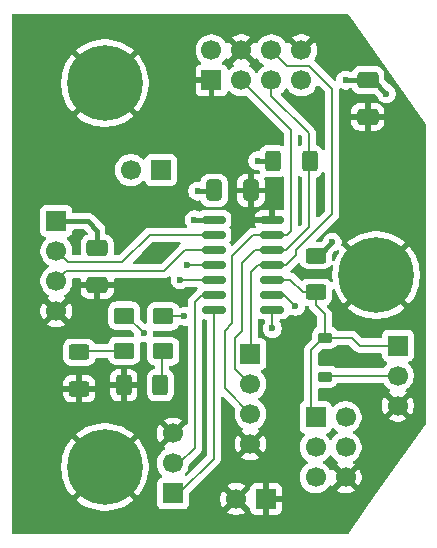
<source format=gbr>
%TF.GenerationSoftware,KiCad,Pcbnew,9.0.4*%
%TF.CreationDate,2025-12-10T09:51:26+01:00*%
%TF.ProjectId,SB_Mod_SR04,53425f4d-6f64-45f5-9352-30342e6b6963,rev?*%
%TF.SameCoordinates,Original*%
%TF.FileFunction,Copper,L1,Top*%
%TF.FilePolarity,Positive*%
%FSLAX46Y46*%
G04 Gerber Fmt 4.6, Leading zero omitted, Abs format (unit mm)*
G04 Created by KiCad (PCBNEW 9.0.4) date 2025-12-10 09:51:26*
%MOMM*%
%LPD*%
G01*
G04 APERTURE LIST*
G04 Aperture macros list*
%AMRoundRect*
0 Rectangle with rounded corners*
0 $1 Rounding radius*
0 $2 $3 $4 $5 $6 $7 $8 $9 X,Y pos of 4 corners*
0 Add a 4 corners polygon primitive as box body*
4,1,4,$2,$3,$4,$5,$6,$7,$8,$9,$2,$3,0*
0 Add four circle primitives for the rounded corners*
1,1,$1+$1,$2,$3*
1,1,$1+$1,$4,$5*
1,1,$1+$1,$6,$7*
1,1,$1+$1,$8,$9*
0 Add four rect primitives between the rounded corners*
20,1,$1+$1,$2,$3,$4,$5,0*
20,1,$1+$1,$4,$5,$6,$7,0*
20,1,$1+$1,$6,$7,$8,$9,0*
20,1,$1+$1,$8,$9,$2,$3,0*%
G04 Aperture macros list end*
%TA.AperFunction,ComponentPad*%
%ADD10R,1.700000X1.700000*%
%TD*%
%TA.AperFunction,ComponentPad*%
%ADD11C,1.700000*%
%TD*%
%TA.AperFunction,SMDPad,CuDef*%
%ADD12RoundRect,0.150000X-0.825000X-0.150000X0.825000X-0.150000X0.825000X0.150000X-0.825000X0.150000X0*%
%TD*%
%TA.AperFunction,SMDPad,CuDef*%
%ADD13RoundRect,0.250000X-0.650000X0.412500X-0.650000X-0.412500X0.650000X-0.412500X0.650000X0.412500X0*%
%TD*%
%TA.AperFunction,SMDPad,CuDef*%
%ADD14RoundRect,0.250000X0.625000X-0.400000X0.625000X0.400000X-0.625000X0.400000X-0.625000X-0.400000X0*%
%TD*%
%TA.AperFunction,SMDPad,CuDef*%
%ADD15RoundRect,0.250001X0.624999X-0.462499X0.624999X0.462499X-0.624999X0.462499X-0.624999X-0.462499X0*%
%TD*%
%TA.AperFunction,ComponentPad*%
%ADD16C,6.400000*%
%TD*%
%TA.AperFunction,SMDPad,CuDef*%
%ADD17RoundRect,0.250000X-0.412500X-0.650000X0.412500X-0.650000X0.412500X0.650000X-0.412500X0.650000X0*%
%TD*%
%TA.AperFunction,SMDPad,CuDef*%
%ADD18RoundRect,0.250000X-0.400000X-0.625000X0.400000X-0.625000X0.400000X0.625000X-0.400000X0.625000X0*%
%TD*%
%TA.AperFunction,SMDPad,CuDef*%
%ADD19RoundRect,0.225000X0.375000X-0.225000X0.375000X0.225000X-0.375000X0.225000X-0.375000X-0.225000X0*%
%TD*%
%TA.AperFunction,SMDPad,CuDef*%
%ADD20RoundRect,0.250000X0.400000X0.625000X-0.400000X0.625000X-0.400000X-0.625000X0.400000X-0.625000X0*%
%TD*%
%TA.AperFunction,ViaPad*%
%ADD21C,0.600000*%
%TD*%
%TA.AperFunction,Conductor*%
%ADD22C,0.400000*%
%TD*%
%TA.AperFunction,Conductor*%
%ADD23C,0.200000*%
%TD*%
G04 APERTURE END LIST*
D10*
%TO.P,J2,1,Pin_1*%
%TO.N,GND*%
X122255200Y-117195600D03*
D11*
%TO.P,J2,2,Pin_2*%
X119715200Y-117195600D03*
%TD*%
D12*
%TO.P,U2,1,VCC*%
%TO.N,+5V*%
X117819400Y-93574900D03*
%TO.P,U2,2,PA4*%
%TO.N,/TRIG*%
X117819400Y-94844900D03*
%TO.P,U2,3,PA5*%
%TO.N,/ECHO*%
X117819400Y-96114900D03*
%TO.P,U2,4,PA6*%
%TO.N,/A6*%
X117819400Y-97384900D03*
%TO.P,U2,5,PA7*%
%TO.N,/A7*%
X117819400Y-98654900D03*
%TO.P,U2,6,RX-PB3*%
%TO.N,/RX*%
X117819400Y-99924900D03*
%TO.P,U2,7,TX-PB2*%
%TO.N,/TX*%
X117819400Y-101194900D03*
%TO.P,U2,8,PB1*%
%TO.N,/ACT_LED*%
X122769400Y-101194900D03*
%TO.P,U2,9,PB0*%
%TO.N,/ALERT_LED*%
X122769400Y-99924900D03*
%TO.P,U2,10,PA0-~{RST}-UPDI*%
%TO.N,/UPDI*%
X122769400Y-98654900D03*
%TO.P,U2,11,PA1*%
%TO.N,/SB_ACT*%
X122769400Y-97384900D03*
%TO.P,U2,12,PA2*%
%TO.N,/SB_DAT*%
X122769400Y-96114900D03*
%TO.P,U2,13,PA3*%
%TO.N,/SB_CLK*%
X122769400Y-94844900D03*
%TO.P,U2,14,GND*%
%TO.N,GND*%
X122769400Y-93574900D03*
%TD*%
D13*
%TO.P,C2,1*%
%TO.N,+5V*%
X130860800Y-81724100D03*
%TO.P,C2,2*%
%TO.N,GND*%
X130860800Y-84849100D03*
%TD*%
D14*
%TO.P,R1,1*%
%TO.N,GND*%
X106426000Y-107875000D03*
%TO.P,R1,2*%
%TO.N,Net-(D1-K)*%
X106426000Y-104775000D03*
%TD*%
D10*
%TO.P,J3,1,Pin_1*%
%TO.N,/SB_ACT*%
X120929400Y-104927400D03*
D11*
%TO.P,J3,2,Pin_2*%
%TO.N,/SB_DAT*%
X120929400Y-107467400D03*
%TO.P,J3,3,Pin_3*%
%TO.N,/SB_CLK*%
X120929400Y-110007400D03*
%TO.P,J3,4,Pin_4*%
%TO.N,GND*%
X120929400Y-112547400D03*
%TD*%
D15*
%TO.P,D2,1,K*%
%TO.N,Net-(D2-K)*%
X113538000Y-104702000D03*
%TO.P,D2,2,A*%
%TO.N,/ALERT_LED*%
X113538000Y-101727000D03*
%TD*%
D10*
%TO.P,SB1,1,GND*%
%TO.N,GND*%
X117627400Y-81762600D03*
D11*
%TO.P,SB1,2,+5V*%
%TO.N,+5V*%
X117627400Y-79222600D03*
%TO.P,SB1,3,CLK*%
%TO.N,/SB_CLK*%
X120167400Y-81762600D03*
%TO.P,SB1,4,GND*%
%TO.N,GND*%
X120167400Y-79222600D03*
%TO.P,SB1,5,DAT*%
%TO.N,/SB_DAT*%
X122707400Y-81762600D03*
%TO.P,SB1,6,~{ACT}*%
%TO.N,/SB_ACT*%
X122707400Y-79222600D03*
%TO.P,SB1,7,+5V*%
%TO.N,+5V*%
X125247400Y-81762600D03*
%TO.P,SB1,8,GND*%
%TO.N,GND*%
X125247400Y-79222600D03*
%TD*%
D10*
%TO.P,J1,1,Pin_1*%
%TO.N,/UPDI*%
X133400800Y-104216200D03*
D11*
%TO.P,J1,2,Pin_2*%
%TO.N,/PROG_TX*%
X133400800Y-106756200D03*
%TO.P,J1,3,Pin_3*%
%TO.N,GND*%
X133400800Y-109296200D03*
%TD*%
D16*
%TO.P,H3,1,1*%
%TO.N,GND*%
X108600000Y-114500000D03*
%TD*%
D17*
%TO.P,C4,1*%
%TO.N,+5V*%
X117842900Y-91084400D03*
%TO.P,C4,2*%
%TO.N,GND*%
X120967900Y-91084400D03*
%TD*%
D14*
%TO.P,R2,1*%
%TO.N,/UPDI*%
X126466600Y-99695000D03*
%TO.P,R2,2*%
%TO.N,+5V*%
X126466600Y-96595000D03*
%TD*%
D18*
%TO.P,R3,1*%
%TO.N,GND*%
X110210000Y-107569000D03*
%TO.P,R3,2*%
%TO.N,Net-(D2-K)*%
X113310000Y-107569000D03*
%TD*%
D10*
%TO.P,J5,1,Pin_1*%
%TO.N,/A6*%
X113334800Y-89357200D03*
D11*
%TO.P,J5,2,Pin_2*%
%TO.N,/A7*%
X110794800Y-89357200D03*
%TD*%
D19*
%TO.P,D3,1,K*%
%TO.N,/PROG_TX*%
X127254000Y-106855800D03*
%TO.P,D3,2,A*%
%TO.N,/UPDI*%
X127254000Y-103555800D03*
%TD*%
D10*
%TO.P,A1,1,VCC*%
%TO.N,+5V*%
X104493500Y-93679000D03*
D11*
%TO.P,A1,2,Trig*%
%TO.N,/TRIG*%
X104493500Y-96219000D03*
%TO.P,A1,3,Echo*%
%TO.N,/ECHO*%
X104493500Y-98759000D03*
%TO.P,A1,4,GND*%
%TO.N,GND*%
X104493500Y-101299000D03*
%TD*%
D10*
%TO.P,J4,1,Pin_1*%
%TO.N,/TX*%
X114350800Y-116738400D03*
D11*
%TO.P,J4,2,Pin_2*%
%TO.N,/RX*%
X114350800Y-114198400D03*
%TO.P,J4,3,Pin_3*%
%TO.N,GND*%
X114350800Y-111658400D03*
%TD*%
D20*
%TO.P,R8,1*%
%TO.N,/SB_DAT*%
X125933800Y-88595200D03*
%TO.P,R8,2*%
%TO.N,+5V*%
X122833800Y-88595200D03*
%TD*%
D16*
%TO.P,H1,1,1*%
%TO.N,GND*%
X108600000Y-82000000D03*
%TD*%
D10*
%TO.P,CONN1,1,UPDI*%
%TO.N,/UPDI*%
X126441200Y-110286800D03*
D11*
%TO.P,CONN1,2,VCC*%
%TO.N,+5V*%
X128981200Y-110286800D03*
%TO.P,CONN1,3,nc*%
%TO.N,unconnected-(CONN1-nc-Pad3)*%
X126441200Y-112826800D03*
%TO.P,CONN1,4,nc*%
%TO.N,unconnected-(CONN1-nc-Pad4)*%
X128981200Y-112826800D03*
%TO.P,CONN1,5,nc*%
%TO.N,unconnected-(CONN1-nc-Pad5)*%
X126441200Y-115366800D03*
%TO.P,CONN1,6,GND*%
%TO.N,GND*%
X128981200Y-115366800D03*
%TD*%
D13*
%TO.P,C1,1*%
%TO.N,+5V*%
X107950000Y-95973500D03*
%TO.P,C1,2*%
%TO.N,GND*%
X107950000Y-99098500D03*
%TD*%
D15*
%TO.P,D1,1,K*%
%TO.N,Net-(D1-K)*%
X110236000Y-104665500D03*
%TO.P,D1,2,A*%
%TO.N,/ACT_LED*%
X110236000Y-101690500D03*
%TD*%
D16*
%TO.P,H2,1,1*%
%TO.N,GND*%
X131572000Y-98250000D03*
%TD*%
D21*
%TO.N,GND*%
X128930400Y-105232200D03*
X107950000Y-100838000D03*
X104775000Y-91186000D03*
X124002800Y-104368600D03*
X109499400Y-94310200D03*
X132664200Y-84810600D03*
X114909600Y-106502200D03*
X123190000Y-91059000D03*
X125780800Y-101828600D03*
X128981200Y-84404200D03*
X126771400Y-92354400D03*
X108458000Y-107823000D03*
X113969800Y-99593400D03*
X113004600Y-96316800D03*
X126847600Y-84404200D03*
%TO.N,+5V*%
X116459000Y-91135200D03*
X128981200Y-81737200D03*
X121539000Y-88569800D03*
X127838200Y-95453200D03*
X132435600Y-82880200D03*
X116179600Y-93573600D03*
%TO.N,/ACT_LED*%
X111887000Y-103149400D03*
X122783600Y-102768400D03*
%TO.N,/ALERT_LED*%
X124739400Y-100888800D03*
X115341400Y-101727000D03*
%TO.N,/A6*%
X115560400Y-97383600D03*
%TO.N,/A7*%
X114960400Y-98653600D03*
%TD*%
D22*
%TO.N,GND*%
X120967900Y-91084400D02*
X121475900Y-91084400D01*
X107911500Y-99098500D02*
X107950000Y-99098500D01*
D23*
%TO.N,/ECHO*%
X109220000Y-97917000D02*
X113590000Y-97917000D01*
X115392100Y-96114900D02*
X117819400Y-96114900D01*
X105343500Y-97909000D02*
X109212000Y-97909000D01*
X104493500Y-98759000D02*
X105343500Y-97909000D01*
X109212000Y-97909000D02*
X109220000Y-97917000D01*
X113590000Y-97917000D02*
X115392100Y-96114900D01*
%TO.N,/TRIG*%
X110058200Y-97180400D02*
X112393700Y-94844900D01*
X105454900Y-97180400D02*
X110058200Y-97180400D01*
X104493500Y-96219000D02*
X105454900Y-97180400D01*
X112393700Y-94844900D02*
X117819400Y-94844900D01*
D22*
%TO.N,+5V*%
X126466600Y-96595000D02*
X126696400Y-96595000D01*
X128994300Y-81724100D02*
X128981200Y-81737200D01*
X116459000Y-91135200D02*
X117792100Y-91135200D01*
X117792100Y-91135200D02*
X117842900Y-91084400D01*
X117818100Y-93573600D02*
X117819400Y-93574900D01*
X131279500Y-81724100D02*
X132435600Y-82880200D01*
X107950000Y-94488000D02*
X107950000Y-95973500D01*
X121539000Y-88569800D02*
X122808400Y-88569800D01*
X130860800Y-81724100D02*
X131279500Y-81724100D01*
X130860800Y-81724100D02*
X128994300Y-81724100D01*
X122808400Y-88569800D02*
X122833800Y-88595200D01*
X126696400Y-96595000D02*
X127838200Y-95453200D01*
X107141000Y-93679000D02*
X107950000Y-94488000D01*
X104493500Y-93679000D02*
X107141000Y-93679000D01*
X116179600Y-93573600D02*
X117818100Y-93573600D01*
D23*
%TO.N,/PROG_TX*%
X133400800Y-106756200D02*
X127229800Y-106756200D01*
X127229800Y-106756200D02*
X127203200Y-106782800D01*
%TO.N,Net-(D1-K)*%
X106833000Y-104648000D02*
X106553000Y-104368000D01*
X109909000Y-104648000D02*
X106833000Y-104648000D01*
%TO.N,/SB_DAT*%
X125857000Y-86207600D02*
X122707400Y-83058000D01*
X125933800Y-88595200D02*
X125857000Y-88518400D01*
X119634000Y-106172000D02*
X120929400Y-107467400D01*
X120218200Y-97205800D02*
X120218200Y-102997000D01*
X122707400Y-83058000D02*
X122707400Y-81762600D01*
X123950700Y-96114900D02*
X122769400Y-96114900D01*
X125857000Y-88518400D02*
X125857000Y-86207600D01*
X121309100Y-96114900D02*
X120218200Y-97205800D01*
X120218200Y-102997000D02*
X119634000Y-103581200D01*
X125933800Y-88595200D02*
X125907800Y-88621200D01*
X122769400Y-96114900D02*
X121309100Y-96114900D01*
X125907800Y-88621200D02*
X125907800Y-94157800D01*
X125907800Y-94157800D02*
X123950700Y-96114900D01*
X119634000Y-103581200D02*
X119634000Y-106172000D01*
%TO.N,/SB_CLK*%
X119402800Y-96624200D02*
X119402800Y-102313800D01*
X124026900Y-94844900D02*
X122769400Y-94844900D01*
X121182100Y-94844900D02*
X119402800Y-96624200D01*
X124358400Y-94513400D02*
X124026900Y-94844900D01*
X118745000Y-102971600D02*
X118745000Y-107823000D01*
X120167400Y-81762600D02*
X124358400Y-85953600D01*
X124358400Y-85953600D02*
X124358400Y-94513400D01*
X118745000Y-107823000D02*
X120929400Y-110007400D01*
X119402800Y-102313800D02*
X118745000Y-102971600D01*
X122769400Y-94844900D02*
X121182100Y-94844900D01*
%TO.N,/UPDI*%
X129514600Y-103555800D02*
X127203200Y-103555800D01*
X126034800Y-109880400D02*
X126441200Y-110286800D01*
X130175000Y-104216200D02*
X129514600Y-103555800D01*
X133400800Y-104216200D02*
X130175000Y-104216200D01*
X127254000Y-103555800D02*
X127101600Y-103555800D01*
X126034800Y-104622600D02*
X126034800Y-109880400D01*
X127203200Y-101549200D02*
X126466600Y-100812600D01*
X127203200Y-103555800D02*
X127203200Y-101549200D01*
X125349000Y-99695000D02*
X124308900Y-98654900D01*
X124308900Y-98654900D02*
X122769400Y-98654900D01*
X126466600Y-100812600D02*
X126466600Y-99695000D01*
X127101600Y-103555800D02*
X126034800Y-104622600D01*
X126466600Y-99695000D02*
X125349000Y-99695000D01*
%TO.N,/SB_ACT*%
X125868560Y-80518000D02*
X124002800Y-80518000D01*
X120954800Y-104902000D02*
X120929400Y-104927400D01*
X127838200Y-93065600D02*
X127838200Y-82487640D01*
X120954800Y-98018600D02*
X120954800Y-104902000D01*
X124790200Y-96545400D02*
X124790200Y-96113600D01*
X122769400Y-97384900D02*
X123950700Y-97384900D01*
X123950700Y-97384900D02*
X124790200Y-96545400D01*
X124002800Y-80518000D02*
X122707400Y-79222600D01*
X127838200Y-82487640D02*
X125868560Y-80518000D01*
X121588500Y-97384900D02*
X120954800Y-98018600D01*
X122769400Y-97384900D02*
X121588500Y-97384900D01*
X124790200Y-96113600D02*
X127838200Y-93065600D01*
%TO.N,Net-(D2-K)*%
X113411000Y-106960000D02*
X113310000Y-107061000D01*
X113411000Y-104484500D02*
X113411000Y-106960000D01*
%TO.N,/ACT_LED*%
X111887000Y-103149400D02*
X110428100Y-101690500D01*
X122769400Y-102754200D02*
X122783600Y-102768400D01*
X110428100Y-101690500D02*
X110236000Y-101690500D01*
X122769400Y-101194900D02*
X122769400Y-102754200D01*
%TO.N,/ALERT_LED*%
X122769400Y-99924900D02*
X123775500Y-99924900D01*
X115341400Y-101727000D02*
X113538000Y-101727000D01*
X123775500Y-99924900D02*
X124739400Y-100888800D01*
%TO.N,/TX*%
X117819400Y-113828600D02*
X114909600Y-116738400D01*
X117819400Y-101194900D02*
X117819400Y-113828600D01*
X114909600Y-116738400D02*
X114350800Y-116738400D01*
%TO.N,/RX*%
X116844401Y-99924900D02*
X116230400Y-100538901D01*
X114909600Y-114198400D02*
X114350800Y-114198400D01*
X116230400Y-100538901D02*
X116230400Y-112877600D01*
X117819400Y-99924900D02*
X116844401Y-99924900D01*
X116230400Y-112877600D02*
X114909600Y-114198400D01*
%TO.N,/A6*%
X115561700Y-97384900D02*
X115560400Y-97383600D01*
X117819400Y-97384900D02*
X115561700Y-97384900D01*
%TO.N,/A7*%
X114961700Y-98654900D02*
X114960400Y-98653600D01*
X117819400Y-98654900D02*
X114961700Y-98654900D01*
%TD*%
%TA.AperFunction,Conductor*%
%TO.N,GND*%
G36*
X127782644Y-113480799D02*
G01*
X127821684Y-113525854D01*
X127825791Y-113533915D01*
X127826151Y-113534620D01*
X127951090Y-113706586D01*
X128101413Y-113856909D01*
X128273379Y-113981848D01*
X128273381Y-113981849D01*
X128273384Y-113981851D01*
X128282693Y-113986594D01*
X128333490Y-114034566D01*
X128350287Y-114102387D01*
X128327752Y-114168522D01*
X128282705Y-114207560D01*
X128273646Y-114212176D01*
X128273640Y-114212180D01*
X128219482Y-114251527D01*
X128219482Y-114251528D01*
X128851791Y-114883837D01*
X128788207Y-114900875D01*
X128674193Y-114966701D01*
X128581101Y-115059793D01*
X128515275Y-115173807D01*
X128498237Y-115237391D01*
X127865928Y-114605082D01*
X127865927Y-114605082D01*
X127826580Y-114659240D01*
X127826576Y-114659246D01*
X127821960Y-114668305D01*
X127773981Y-114719097D01*
X127706159Y-114735887D01*
X127640026Y-114713343D01*
X127600994Y-114668293D01*
X127596251Y-114658984D01*
X127596249Y-114658981D01*
X127596248Y-114658979D01*
X127471309Y-114487013D01*
X127320986Y-114336690D01*
X127149020Y-114211751D01*
X127140800Y-114207563D01*
X127140254Y-114207285D01*
X127089459Y-114159312D01*
X127072663Y-114091492D01*
X127095199Y-114025356D01*
X127140254Y-113986315D01*
X127149016Y-113981851D01*
X127265254Y-113897400D01*
X127320986Y-113856909D01*
X127320988Y-113856906D01*
X127320992Y-113856904D01*
X127471304Y-113706592D01*
X127471306Y-113706588D01*
X127471309Y-113706586D01*
X127596248Y-113534620D01*
X127596247Y-113534620D01*
X127596251Y-113534616D01*
X127600714Y-113525854D01*
X127648688Y-113475059D01*
X127716508Y-113458263D01*
X127782644Y-113480799D01*
G37*
%TD.AperFunction*%
%TA.AperFunction,Conductor*%
G36*
X129281542Y-104175985D02*
G01*
X129302183Y-104192618D01*
X129806284Y-104696720D01*
X129806286Y-104696721D01*
X129806290Y-104696724D01*
X129832159Y-104711659D01*
X129943216Y-104775777D01*
X130095943Y-104816701D01*
X130095945Y-104816701D01*
X130261654Y-104816701D01*
X130261670Y-104816700D01*
X131926301Y-104816700D01*
X131993340Y-104836385D01*
X132039095Y-104889189D01*
X132050301Y-104940700D01*
X132050301Y-105114076D01*
X132056708Y-105173683D01*
X132107002Y-105308528D01*
X132107006Y-105308535D01*
X132193252Y-105423744D01*
X132193255Y-105423747D01*
X132308464Y-105509993D01*
X132308471Y-105509997D01*
X132439882Y-105559010D01*
X132495816Y-105600881D01*
X132520233Y-105666345D01*
X132505382Y-105734618D01*
X132484231Y-105762873D01*
X132370689Y-105876415D01*
X132245748Y-106048384D01*
X132245747Y-106048385D01*
X132225565Y-106087995D01*
X132177591Y-106138791D01*
X132115081Y-106155700D01*
X128231274Y-106155700D01*
X128164235Y-106136015D01*
X128143593Y-106119381D01*
X128082044Y-106057832D01*
X128082040Y-106057829D01*
X127937705Y-105968801D01*
X127937699Y-105968798D01*
X127937697Y-105968797D01*
X127828986Y-105932774D01*
X127776709Y-105915451D01*
X127677346Y-105905300D01*
X126830662Y-105905300D01*
X126830642Y-105905302D01*
X126771900Y-105911302D01*
X126703207Y-105898532D01*
X126652324Y-105850650D01*
X126635300Y-105787944D01*
X126635300Y-104922696D01*
X126654985Y-104855657D01*
X126671615Y-104835019D01*
X126964016Y-104542617D01*
X127025339Y-104509133D01*
X127051697Y-104506299D01*
X127677338Y-104506299D01*
X127677344Y-104506299D01*
X127677352Y-104506298D01*
X127677355Y-104506298D01*
X127731760Y-104500740D01*
X127776708Y-104496149D01*
X127937697Y-104442803D01*
X128082044Y-104353768D01*
X128201968Y-104233844D01*
X128213465Y-104215203D01*
X128265412Y-104168479D01*
X128319004Y-104156300D01*
X129214503Y-104156300D01*
X129281542Y-104175985D01*
G37*
%TD.AperFunction*%
%TA.AperFunction,Conductor*%
G36*
X114980041Y-95465085D02*
G01*
X115025796Y-95517889D01*
X115035740Y-95587047D01*
X115006715Y-95650603D01*
X115000683Y-95657081D01*
X114911578Y-95746186D01*
X113377584Y-97280181D01*
X113316261Y-97313666D01*
X113289903Y-97316500D01*
X111070697Y-97316500D01*
X111003658Y-97296815D01*
X110957903Y-97244011D01*
X110947959Y-97174853D01*
X110976984Y-97111297D01*
X110983016Y-97104819D01*
X111742299Y-96345537D01*
X112606117Y-95481719D01*
X112667440Y-95448234D01*
X112693798Y-95445400D01*
X114913002Y-95445400D01*
X114980041Y-95465085D01*
G37*
%TD.AperFunction*%
%TA.AperFunction,Conductor*%
G36*
X127193154Y-89526377D02*
G01*
X127232010Y-89584445D01*
X127237700Y-89621577D01*
X127237700Y-92765503D01*
X127218015Y-92832542D01*
X127201381Y-92853184D01*
X126719981Y-93334584D01*
X126658658Y-93368069D01*
X126588966Y-93363085D01*
X126533033Y-93321213D01*
X126508616Y-93255749D01*
X126508300Y-93246903D01*
X126508300Y-90042547D01*
X126527985Y-89975508D01*
X126580789Y-89929753D01*
X126593281Y-89924846D01*
X126653134Y-89905014D01*
X126802456Y-89812912D01*
X126926512Y-89688856D01*
X127008161Y-89556480D01*
X127060109Y-89509756D01*
X127129071Y-89498533D01*
X127193154Y-89526377D01*
G37*
%TD.AperFunction*%
%TA.AperFunction,Conductor*%
G36*
X126678561Y-82186611D02*
G01*
X126711534Y-82210209D01*
X127201381Y-82700056D01*
X127234866Y-82761379D01*
X127237700Y-82787737D01*
X127237700Y-87568822D01*
X127218015Y-87635861D01*
X127165211Y-87681616D01*
X127096053Y-87691560D01*
X127032497Y-87662535D01*
X127008161Y-87633919D01*
X126968009Y-87568822D01*
X126926512Y-87501544D01*
X126802456Y-87377488D01*
X126680566Y-87302306D01*
X126653136Y-87285387D01*
X126653135Y-87285386D01*
X126653134Y-87285386D01*
X126542494Y-87248723D01*
X126485051Y-87208951D01*
X126458228Y-87144435D01*
X126457500Y-87131018D01*
X126457500Y-86296659D01*
X126457501Y-86296646D01*
X126457501Y-86128545D01*
X126457501Y-86128543D01*
X126416577Y-85975815D01*
X126387639Y-85925695D01*
X126337520Y-85838884D01*
X126225716Y-85727080D01*
X126225715Y-85727079D01*
X126221385Y-85722749D01*
X126221374Y-85722739D01*
X123518497Y-83019862D01*
X123485012Y-82958539D01*
X123489996Y-82888847D01*
X123531868Y-82832914D01*
X123533248Y-82831895D01*
X123587192Y-82792704D01*
X123737504Y-82642392D01*
X123737506Y-82642388D01*
X123737509Y-82642386D01*
X123862448Y-82470420D01*
X123862447Y-82470420D01*
X123862451Y-82470416D01*
X123866914Y-82461654D01*
X123914888Y-82410859D01*
X123982708Y-82394063D01*
X124048844Y-82416599D01*
X124087886Y-82461656D01*
X124092351Y-82470420D01*
X124217290Y-82642386D01*
X124367613Y-82792709D01*
X124539579Y-82917648D01*
X124539581Y-82917649D01*
X124539584Y-82917651D01*
X124728988Y-83014157D01*
X124931157Y-83079846D01*
X125141113Y-83113100D01*
X125141114Y-83113100D01*
X125353686Y-83113100D01*
X125353687Y-83113100D01*
X125563643Y-83079846D01*
X125765812Y-83014157D01*
X125955216Y-82917651D01*
X126041871Y-82854693D01*
X126127186Y-82792709D01*
X126127188Y-82792706D01*
X126127192Y-82792704D01*
X126277504Y-82642392D01*
X126277506Y-82642388D01*
X126277509Y-82642386D01*
X126402448Y-82470420D01*
X126402447Y-82470420D01*
X126402451Y-82470416D01*
X126498957Y-82281012D01*
X126505922Y-82259573D01*
X126545356Y-82201899D01*
X126609714Y-82174699D01*
X126678561Y-82186611D01*
G37*
%TD.AperFunction*%
%TA.AperFunction,Conductor*%
G36*
X121282670Y-79984317D02*
G01*
X121282670Y-79984316D01*
X121322022Y-79930155D01*
X121326632Y-79921107D01*
X121374605Y-79870309D01*
X121442425Y-79853512D01*
X121508561Y-79876047D01*
X121547604Y-79921104D01*
X121552349Y-79930417D01*
X121677290Y-80102386D01*
X121827613Y-80252709D01*
X121999582Y-80377650D01*
X122008346Y-80382116D01*
X122059142Y-80430091D01*
X122075936Y-80497912D01*
X122053398Y-80564047D01*
X122008346Y-80603084D01*
X121999582Y-80607549D01*
X121827613Y-80732490D01*
X121677290Y-80882813D01*
X121552349Y-81054782D01*
X121547884Y-81063546D01*
X121499909Y-81114342D01*
X121432088Y-81131136D01*
X121365953Y-81108598D01*
X121326916Y-81063546D01*
X121322450Y-81054782D01*
X121197509Y-80882813D01*
X121047186Y-80732490D01*
X120875217Y-80607549D01*
X120865904Y-80602804D01*
X120815107Y-80554830D01*
X120798312Y-80487009D01*
X120820849Y-80420874D01*
X120865907Y-80381832D01*
X120874955Y-80377222D01*
X120929116Y-80337870D01*
X120929117Y-80337870D01*
X120296808Y-79705562D01*
X120360393Y-79688525D01*
X120474407Y-79622699D01*
X120567499Y-79529607D01*
X120633325Y-79415593D01*
X120650362Y-79352008D01*
X121282670Y-79984317D01*
G37*
%TD.AperFunction*%
%TA.AperFunction,Conductor*%
G36*
X119701475Y-79415593D02*
G01*
X119767301Y-79529607D01*
X119860393Y-79622699D01*
X119974407Y-79688525D01*
X120037990Y-79705562D01*
X119405682Y-80337869D01*
X119405682Y-80337870D01*
X119459852Y-80377226D01*
X119459851Y-80377226D01*
X119468895Y-80381834D01*
X119519692Y-80429808D01*
X119536487Y-80497629D01*
X119513950Y-80563764D01*
X119468899Y-80602802D01*
X119459582Y-80607549D01*
X119287615Y-80732489D01*
X119173685Y-80846419D01*
X119112362Y-80879903D01*
X119042670Y-80874919D01*
X118986737Y-80833047D01*
X118969822Y-80802070D01*
X118920754Y-80670513D01*
X118920750Y-80670506D01*
X118834590Y-80555412D01*
X118834587Y-80555409D01*
X118719493Y-80469249D01*
X118719488Y-80469246D01*
X118587928Y-80420177D01*
X118531995Y-80378305D01*
X118507578Y-80312841D01*
X118522430Y-80244568D01*
X118543575Y-80216320D01*
X118657504Y-80102392D01*
X118658298Y-80101300D01*
X118708931Y-80031608D01*
X118782451Y-79930416D01*
X118787193Y-79921108D01*
X118835163Y-79870311D01*
X118902983Y-79853511D01*
X118969119Y-79876045D01*
X119008163Y-79921100D01*
X119012773Y-79930147D01*
X119052128Y-79984316D01*
X119684437Y-79352008D01*
X119701475Y-79415593D01*
G37*
%TD.AperFunction*%
%TA.AperFunction,Conductor*%
G36*
X129213825Y-76176185D02*
G01*
X129248022Y-76208895D01*
X135746736Y-85396929D01*
X135769378Y-85463028D01*
X135769500Y-85468533D01*
X135769500Y-110747988D01*
X135749815Y-110815027D01*
X135747053Y-110819143D01*
X131494374Y-116888593D01*
X130356652Y-118512357D01*
X129246582Y-120096655D01*
X129191991Y-120140263D01*
X129145029Y-120149500D01*
X100827500Y-120149500D01*
X100760461Y-120129815D01*
X100714706Y-120077011D01*
X100703500Y-120025500D01*
X100703500Y-114318234D01*
X104900000Y-114318234D01*
X104900000Y-114681765D01*
X104935632Y-115043556D01*
X105006550Y-115400090D01*
X105006553Y-115400101D01*
X105112086Y-115747997D01*
X105251207Y-116083864D01*
X105251209Y-116083869D01*
X105422570Y-116404462D01*
X105422581Y-116404480D01*
X105624551Y-116706750D01*
X105811678Y-116934765D01*
X105811679Y-116934766D01*
X107305747Y-115440697D01*
X107379588Y-115542330D01*
X107557670Y-115720412D01*
X107659301Y-115794251D01*
X106165232Y-117288319D01*
X106165233Y-117288320D01*
X106393249Y-117475448D01*
X106695519Y-117677418D01*
X106695537Y-117677429D01*
X107016130Y-117848790D01*
X107016135Y-117848792D01*
X107352002Y-117987913D01*
X107699898Y-118093446D01*
X107699909Y-118093449D01*
X108056443Y-118164367D01*
X108418234Y-118200000D01*
X108781766Y-118200000D01*
X109143556Y-118164367D01*
X109256036Y-118141994D01*
X109500090Y-118093449D01*
X109500101Y-118093446D01*
X109847997Y-117987913D01*
X110183864Y-117848792D01*
X110183869Y-117848790D01*
X110504462Y-117677429D01*
X110504480Y-117677418D01*
X110806736Y-117475457D01*
X110806750Y-117475447D01*
X111034765Y-117288320D01*
X111034766Y-117288319D01*
X109540698Y-115794251D01*
X109642330Y-115720412D01*
X109820412Y-115542330D01*
X109894251Y-115440698D01*
X111388319Y-116934766D01*
X111388320Y-116934765D01*
X111575447Y-116706750D01*
X111575457Y-116706736D01*
X111777418Y-116404480D01*
X111777429Y-116404462D01*
X111948790Y-116083869D01*
X111948792Y-116083864D01*
X112087913Y-115747997D01*
X112193446Y-115400101D01*
X112193449Y-115400090D01*
X112264367Y-115043556D01*
X112300000Y-114681765D01*
X112300000Y-114318234D01*
X112264367Y-113956443D01*
X112193449Y-113599909D01*
X112193446Y-113599898D01*
X112087913Y-113252002D01*
X111948792Y-112916135D01*
X111948790Y-112916130D01*
X111777429Y-112595537D01*
X111777418Y-112595519D01*
X111575448Y-112293249D01*
X111388320Y-112065233D01*
X111388319Y-112065232D01*
X109894251Y-113559300D01*
X109820412Y-113457670D01*
X109642330Y-113279588D01*
X109540698Y-113205748D01*
X111034766Y-111711679D01*
X110951244Y-111643135D01*
X110951242Y-111643132D01*
X110806750Y-111524551D01*
X110504480Y-111322581D01*
X110504462Y-111322570D01*
X110183869Y-111151209D01*
X110183864Y-111151207D01*
X109847997Y-111012086D01*
X109500101Y-110906553D01*
X109500090Y-110906550D01*
X109143556Y-110835632D01*
X108781766Y-110800000D01*
X108418234Y-110800000D01*
X108056443Y-110835632D01*
X107699909Y-110906550D01*
X107699898Y-110906553D01*
X107352002Y-111012086D01*
X107016135Y-111151207D01*
X107016130Y-111151209D01*
X106695537Y-111322570D01*
X106695519Y-111322581D01*
X106393258Y-111524545D01*
X106393254Y-111524548D01*
X106165233Y-111711679D01*
X106165233Y-111711680D01*
X107659301Y-113205748D01*
X107557670Y-113279588D01*
X107379588Y-113457670D01*
X107305748Y-113559301D01*
X105811680Y-112065233D01*
X105811679Y-112065233D01*
X105624548Y-112293254D01*
X105624545Y-112293258D01*
X105422581Y-112595519D01*
X105422570Y-112595537D01*
X105251209Y-112916130D01*
X105251207Y-112916135D01*
X105112086Y-113252002D01*
X105006553Y-113599898D01*
X105006550Y-113599909D01*
X104935632Y-113956443D01*
X104900000Y-114318234D01*
X100703500Y-114318234D01*
X100703500Y-108324986D01*
X105051001Y-108324986D01*
X105061494Y-108427697D01*
X105116641Y-108594119D01*
X105116643Y-108594124D01*
X105208684Y-108743345D01*
X105332654Y-108867315D01*
X105481875Y-108959356D01*
X105481880Y-108959358D01*
X105648302Y-109014505D01*
X105648309Y-109014506D01*
X105751019Y-109024999D01*
X106175999Y-109024999D01*
X106676000Y-109024999D01*
X107100972Y-109024999D01*
X107100986Y-109024998D01*
X107203697Y-109014505D01*
X107370119Y-108959358D01*
X107370124Y-108959356D01*
X107519345Y-108867315D01*
X107643315Y-108743345D01*
X107735356Y-108594124D01*
X107735358Y-108594119D01*
X107790505Y-108427697D01*
X107790506Y-108427690D01*
X107800999Y-108324986D01*
X107801000Y-108324973D01*
X107801000Y-108243986D01*
X109060001Y-108243986D01*
X109070494Y-108346697D01*
X109125641Y-108513119D01*
X109125643Y-108513124D01*
X109217684Y-108662345D01*
X109341654Y-108786315D01*
X109490875Y-108878356D01*
X109490880Y-108878358D01*
X109657302Y-108933505D01*
X109657309Y-108933506D01*
X109760019Y-108943999D01*
X109959999Y-108943999D01*
X110460000Y-108943999D01*
X110659972Y-108943999D01*
X110659986Y-108943998D01*
X110762697Y-108933505D01*
X110929119Y-108878358D01*
X110929124Y-108878356D01*
X111078345Y-108786315D01*
X111202315Y-108662345D01*
X111294356Y-108513124D01*
X111294358Y-108513119D01*
X111349505Y-108346697D01*
X111349506Y-108346690D01*
X111359999Y-108243986D01*
X111360000Y-108243973D01*
X111360000Y-107819000D01*
X110460000Y-107819000D01*
X110460000Y-108943999D01*
X109959999Y-108943999D01*
X109960000Y-108943998D01*
X109960000Y-107819000D01*
X109060001Y-107819000D01*
X109060001Y-108243986D01*
X107801000Y-108243986D01*
X107801000Y-108125000D01*
X106676000Y-108125000D01*
X106676000Y-109024999D01*
X106175999Y-109024999D01*
X106176000Y-109024998D01*
X106176000Y-108125000D01*
X105051001Y-108125000D01*
X105051001Y-108324986D01*
X100703500Y-108324986D01*
X100703500Y-107425013D01*
X105051000Y-107425013D01*
X105051000Y-107625000D01*
X106176000Y-107625000D01*
X106676000Y-107625000D01*
X107800999Y-107625000D01*
X107800999Y-107425028D01*
X107800998Y-107425013D01*
X107790505Y-107322302D01*
X107735358Y-107155880D01*
X107735356Y-107155875D01*
X107643315Y-107006654D01*
X107530674Y-106894013D01*
X109060000Y-106894013D01*
X109060000Y-107319000D01*
X109960000Y-107319000D01*
X110460000Y-107319000D01*
X111359999Y-107319000D01*
X111359999Y-106894028D01*
X111359998Y-106894013D01*
X111349505Y-106791302D01*
X111294358Y-106624880D01*
X111294356Y-106624875D01*
X111202315Y-106475654D01*
X111078345Y-106351684D01*
X110929124Y-106259643D01*
X110929119Y-106259641D01*
X110762697Y-106204494D01*
X110762690Y-106204493D01*
X110659986Y-106194000D01*
X110460000Y-106194000D01*
X110460000Y-107319000D01*
X109960000Y-107319000D01*
X109960000Y-106194000D01*
X109760029Y-106194000D01*
X109760012Y-106194001D01*
X109657302Y-106204494D01*
X109490880Y-106259641D01*
X109490875Y-106259643D01*
X109341654Y-106351684D01*
X109217684Y-106475654D01*
X109125643Y-106624875D01*
X109125641Y-106624880D01*
X109070494Y-106791302D01*
X109070493Y-106791309D01*
X109060000Y-106894013D01*
X107530674Y-106894013D01*
X107519345Y-106882684D01*
X107370124Y-106790643D01*
X107370119Y-106790641D01*
X107203697Y-106735494D01*
X107203690Y-106735493D01*
X107100986Y-106725000D01*
X106676000Y-106725000D01*
X106676000Y-107625000D01*
X106176000Y-107625000D01*
X106176000Y-106725000D01*
X105751028Y-106725000D01*
X105751012Y-106725001D01*
X105648302Y-106735494D01*
X105481880Y-106790641D01*
X105481875Y-106790643D01*
X105332654Y-106882684D01*
X105208684Y-107006654D01*
X105116643Y-107155875D01*
X105116641Y-107155880D01*
X105061494Y-107322302D01*
X105061493Y-107322309D01*
X105051000Y-107425013D01*
X100703500Y-107425013D01*
X100703500Y-92781135D01*
X103143000Y-92781135D01*
X103143000Y-94576870D01*
X103143001Y-94576876D01*
X103149408Y-94636483D01*
X103199702Y-94771328D01*
X103199706Y-94771335D01*
X103285952Y-94886544D01*
X103285955Y-94886547D01*
X103401164Y-94972793D01*
X103401171Y-94972797D01*
X103532582Y-95021810D01*
X103588516Y-95063681D01*
X103612933Y-95129145D01*
X103598082Y-95197418D01*
X103576931Y-95225673D01*
X103463389Y-95339215D01*
X103338451Y-95511179D01*
X103241944Y-95700585D01*
X103176253Y-95902760D01*
X103166635Y-95963489D01*
X103143000Y-96112713D01*
X103143000Y-96325287D01*
X103146206Y-96345528D01*
X103176253Y-96535239D01*
X103241944Y-96737414D01*
X103338451Y-96926820D01*
X103463390Y-97098786D01*
X103613713Y-97249109D01*
X103785682Y-97374050D01*
X103794446Y-97378516D01*
X103845242Y-97426491D01*
X103862036Y-97494312D01*
X103839498Y-97560447D01*
X103794446Y-97599484D01*
X103785682Y-97603949D01*
X103613713Y-97728890D01*
X103463390Y-97879213D01*
X103338451Y-98051179D01*
X103241944Y-98240585D01*
X103176253Y-98442760D01*
X103143000Y-98652713D01*
X103143000Y-98865286D01*
X103176253Y-99075239D01*
X103176253Y-99075241D01*
X103176254Y-99075243D01*
X103238504Y-99266829D01*
X103241944Y-99277414D01*
X103338451Y-99466820D01*
X103463390Y-99638786D01*
X103613713Y-99789109D01*
X103785679Y-99914048D01*
X103785681Y-99914049D01*
X103785684Y-99914051D01*
X103794993Y-99918794D01*
X103845790Y-99966766D01*
X103862587Y-100034587D01*
X103840052Y-100100722D01*
X103795005Y-100139760D01*
X103785946Y-100144376D01*
X103785940Y-100144380D01*
X103731782Y-100183727D01*
X103731782Y-100183728D01*
X104364091Y-100816037D01*
X104300507Y-100833075D01*
X104186493Y-100898901D01*
X104093401Y-100991993D01*
X104027575Y-101106007D01*
X104010537Y-101169591D01*
X103378228Y-100537282D01*
X103378227Y-100537282D01*
X103338880Y-100591439D01*
X103242404Y-100780782D01*
X103176742Y-100982869D01*
X103176742Y-100982872D01*
X103143500Y-101192753D01*
X103143500Y-101405246D01*
X103176742Y-101615127D01*
X103176742Y-101615130D01*
X103242404Y-101817217D01*
X103338875Y-102006550D01*
X103378228Y-102060716D01*
X104010537Y-101428408D01*
X104027575Y-101491993D01*
X104093401Y-101606007D01*
X104186493Y-101699099D01*
X104300507Y-101764925D01*
X104364090Y-101781962D01*
X103731782Y-102414269D01*
X103731782Y-102414270D01*
X103785949Y-102453624D01*
X103975282Y-102550095D01*
X104177370Y-102615757D01*
X104387254Y-102649000D01*
X104599746Y-102649000D01*
X104809627Y-102615757D01*
X104809630Y-102615757D01*
X105011717Y-102550095D01*
X105201054Y-102453622D01*
X105255216Y-102414270D01*
X105255217Y-102414270D01*
X104622908Y-101781962D01*
X104686493Y-101764925D01*
X104800507Y-101699099D01*
X104893599Y-101606007D01*
X104959425Y-101491993D01*
X104976462Y-101428408D01*
X105608770Y-102060717D01*
X105608770Y-102060716D01*
X105648122Y-102006554D01*
X105744595Y-101817217D01*
X105810257Y-101615130D01*
X105810257Y-101615127D01*
X105843500Y-101405246D01*
X105843500Y-101192753D01*
X105810257Y-100982872D01*
X105810257Y-100982869D01*
X105744595Y-100780782D01*
X105648124Y-100591449D01*
X105608770Y-100537282D01*
X105608769Y-100537282D01*
X104976462Y-101169590D01*
X104959425Y-101106007D01*
X104893599Y-100991993D01*
X104800507Y-100898901D01*
X104686493Y-100833075D01*
X104622909Y-100816037D01*
X105255216Y-100183728D01*
X105201047Y-100144373D01*
X105201047Y-100144372D01*
X105192000Y-100139763D01*
X105141206Y-100091788D01*
X105124412Y-100023966D01*
X105146951Y-99957832D01*
X105192008Y-99918793D01*
X105201316Y-99914051D01*
X105311685Y-99833864D01*
X105373286Y-99789109D01*
X105373288Y-99789106D01*
X105373292Y-99789104D01*
X105523604Y-99638792D01*
X105523606Y-99638788D01*
X105523609Y-99638786D01*
X105580134Y-99560986D01*
X106550001Y-99560986D01*
X106560494Y-99663697D01*
X106615641Y-99830119D01*
X106615643Y-99830124D01*
X106707684Y-99979345D01*
X106831654Y-100103315D01*
X106980875Y-100195356D01*
X106980880Y-100195358D01*
X107147302Y-100250505D01*
X107147309Y-100250506D01*
X107250019Y-100260999D01*
X107699999Y-100260999D01*
X108200000Y-100260999D01*
X108649972Y-100260999D01*
X108649986Y-100260998D01*
X108752697Y-100250505D01*
X108919119Y-100195358D01*
X108919124Y-100195356D01*
X109068345Y-100103315D01*
X109192315Y-99979345D01*
X109284356Y-99830124D01*
X109284358Y-99830119D01*
X109339505Y-99663697D01*
X109339506Y-99663690D01*
X109349999Y-99560986D01*
X109350000Y-99560973D01*
X109350000Y-99348500D01*
X108200000Y-99348500D01*
X108200000Y-100260999D01*
X107699999Y-100260999D01*
X107700000Y-100260998D01*
X107700000Y-99348500D01*
X106550001Y-99348500D01*
X106550001Y-99560986D01*
X105580134Y-99560986D01*
X105646257Y-99469974D01*
X105648551Y-99466816D01*
X105745057Y-99277412D01*
X105751612Y-99257240D01*
X105786423Y-99150101D01*
X105810746Y-99075243D01*
X105844000Y-98865287D01*
X105844000Y-98652713D01*
X105844000Y-98652712D01*
X105843618Y-98647862D01*
X105844691Y-98647777D01*
X105852982Y-98583608D01*
X105897976Y-98530155D01*
X105964727Y-98509513D01*
X105966502Y-98509500D01*
X106426000Y-98509500D01*
X106493039Y-98529185D01*
X106538794Y-98581989D01*
X106550000Y-98633500D01*
X106550000Y-98848500D01*
X109349999Y-98848500D01*
X109349999Y-98641500D01*
X109369684Y-98574461D01*
X109422488Y-98528706D01*
X109473999Y-98517500D01*
X113503331Y-98517500D01*
X113503347Y-98517501D01*
X113510943Y-98517501D01*
X113669054Y-98517501D01*
X113669057Y-98517501D01*
X113821785Y-98476577D01*
X113886513Y-98439206D01*
X113958716Y-98397520D01*
X113974047Y-98382188D01*
X113984987Y-98375088D01*
X114006464Y-98368676D01*
X114026135Y-98357934D01*
X114039294Y-98358874D01*
X114051937Y-98355100D01*
X114073470Y-98361317D01*
X114095827Y-98362915D01*
X114106389Y-98370821D01*
X114119065Y-98374481D01*
X114133818Y-98391352D01*
X114151762Y-98404784D01*
X114156373Y-98417146D01*
X114165058Y-98427078D01*
X114168347Y-98449246D01*
X114176182Y-98470248D01*
X114174782Y-98492611D01*
X114175314Y-98496190D01*
X114174437Y-98498132D01*
X114174115Y-98503290D01*
X114159900Y-98574753D01*
X114159900Y-98732446D01*
X114190661Y-98887089D01*
X114190664Y-98887101D01*
X114251002Y-99032772D01*
X114251009Y-99032785D01*
X114338610Y-99163888D01*
X114338613Y-99163892D01*
X114450107Y-99275386D01*
X114450111Y-99275389D01*
X114581214Y-99362990D01*
X114581227Y-99362997D01*
X114691206Y-99408551D01*
X114726903Y-99423337D01*
X114881553Y-99454099D01*
X114881556Y-99454100D01*
X114881558Y-99454100D01*
X115039244Y-99454100D01*
X115039245Y-99454099D01*
X115193897Y-99423337D01*
X115339579Y-99362994D01*
X115464330Y-99279638D01*
X115469329Y-99276298D01*
X115536006Y-99255420D01*
X115538220Y-99255400D01*
X116328493Y-99255400D01*
X116334276Y-99257098D01*
X116340195Y-99255953D01*
X116367418Y-99266829D01*
X116395532Y-99275085D01*
X116399478Y-99279638D01*
X116405077Y-99281876D01*
X116422099Y-99305744D01*
X116441287Y-99327889D01*
X116442144Y-99333853D01*
X116445645Y-99338762D01*
X116447059Y-99368038D01*
X116451231Y-99397047D01*
X116448801Y-99404074D01*
X116449018Y-99408551D01*
X116437142Y-99437798D01*
X116435923Y-99441326D01*
X116435577Y-99441926D01*
X116392656Y-99514502D01*
X116391551Y-99518302D01*
X116385832Y-99528225D01*
X116379438Y-99534329D01*
X116366083Y-99553980D01*
X115861686Y-100058379D01*
X115749881Y-100170183D01*
X115749879Y-100170186D01*
X115735346Y-100195358D01*
X115710554Y-100238300D01*
X115670823Y-100307116D01*
X115629899Y-100459844D01*
X115629899Y-100459846D01*
X115629899Y-100627947D01*
X115629900Y-100627960D01*
X115629900Y-100817109D01*
X115610215Y-100884148D01*
X115557411Y-100929903D01*
X115488253Y-100939847D01*
X115481709Y-100938726D01*
X115420245Y-100926500D01*
X115420242Y-100926500D01*
X115262558Y-100926500D01*
X115262555Y-100926500D01*
X115107910Y-100957261D01*
X115107903Y-100957263D01*
X115004239Y-101000201D01*
X114934770Y-101007669D01*
X114872291Y-100976393D01*
X114851250Y-100950736D01*
X114755713Y-100795848D01*
X114755710Y-100795844D01*
X114631655Y-100671789D01*
X114631651Y-100671786D01*
X114482337Y-100579687D01*
X114482335Y-100579686D01*
X114399065Y-100552093D01*
X114315797Y-100524501D01*
X114315795Y-100524500D01*
X114213015Y-100514000D01*
X114213008Y-100514000D01*
X112862992Y-100514000D01*
X112862984Y-100514000D01*
X112760204Y-100524500D01*
X112760203Y-100524501D01*
X112593664Y-100579686D01*
X112593662Y-100579687D01*
X112444348Y-100671786D01*
X112444344Y-100671789D01*
X112320289Y-100795844D01*
X112320286Y-100795848D01*
X112228187Y-100945162D01*
X112228186Y-100945164D01*
X112173001Y-101111703D01*
X112173000Y-101111704D01*
X112162500Y-101214484D01*
X112162500Y-102236923D01*
X112156564Y-102257138D01*
X112155436Y-102278177D01*
X112146917Y-102289989D01*
X112142815Y-102303962D01*
X112126893Y-102317758D01*
X112114569Y-102334849D01*
X112101015Y-102340181D01*
X112090011Y-102349717D01*
X112069159Y-102352715D01*
X112049551Y-102360430D01*
X112024753Y-102359100D01*
X112020853Y-102359661D01*
X112014307Y-102358540D01*
X111965148Y-102348761D01*
X111903238Y-102316375D01*
X111901660Y-102314825D01*
X111647819Y-102060984D01*
X111614334Y-101999661D01*
X111611500Y-101973303D01*
X111611500Y-101177997D01*
X111611499Y-101177984D01*
X111605810Y-101122301D01*
X111600999Y-101075203D01*
X111545814Y-100908666D01*
X111522114Y-100870243D01*
X111453713Y-100759348D01*
X111453710Y-100759344D01*
X111329655Y-100635289D01*
X111329651Y-100635286D01*
X111180337Y-100543187D01*
X111180335Y-100543186D01*
X111092257Y-100514000D01*
X111013797Y-100488001D01*
X111013795Y-100488000D01*
X110911015Y-100477500D01*
X110911008Y-100477500D01*
X109560992Y-100477500D01*
X109560984Y-100477500D01*
X109458204Y-100488000D01*
X109458203Y-100488001D01*
X109291664Y-100543186D01*
X109291662Y-100543187D01*
X109142348Y-100635286D01*
X109142344Y-100635289D01*
X109018289Y-100759344D01*
X109018286Y-100759348D01*
X108926187Y-100908662D01*
X108926186Y-100908664D01*
X108871001Y-101075203D01*
X108871000Y-101075204D01*
X108860500Y-101177984D01*
X108860500Y-102203015D01*
X108871000Y-102305795D01*
X108871001Y-102305797D01*
X108880628Y-102334849D01*
X108926186Y-102472335D01*
X108926187Y-102472337D01*
X109018286Y-102621651D01*
X109018289Y-102621655D01*
X109142344Y-102745710D01*
X109142348Y-102745713D01*
X109291662Y-102837812D01*
X109291664Y-102837813D01*
X109291666Y-102837814D01*
X109458203Y-102892999D01*
X109560992Y-102903500D01*
X110740503Y-102903500D01*
X110807542Y-102923185D01*
X110828184Y-102939819D01*
X111052425Y-103164060D01*
X111061487Y-103180655D01*
X111074619Y-103194265D01*
X111085025Y-103223762D01*
X111085910Y-103225383D01*
X111086361Y-103227549D01*
X111102930Y-103310844D01*
X111096703Y-103380436D01*
X111053840Y-103435613D01*
X110987951Y-103458858D01*
X110968712Y-103458394D01*
X110911020Y-103452500D01*
X110911008Y-103452500D01*
X109560992Y-103452500D01*
X109560984Y-103452500D01*
X109458204Y-103463000D01*
X109458203Y-103463001D01*
X109291664Y-103518186D01*
X109291662Y-103518187D01*
X109142348Y-103610286D01*
X109142344Y-103610289D01*
X109018289Y-103734344D01*
X109018286Y-103734348D01*
X108926190Y-103883657D01*
X108926185Y-103883668D01*
X108900062Y-103962504D01*
X108860289Y-104019949D01*
X108795773Y-104046772D01*
X108782356Y-104047500D01*
X107799984Y-104047500D01*
X107732945Y-104027815D01*
X107694445Y-103988596D01*
X107643712Y-103906344D01*
X107519657Y-103782289D01*
X107519656Y-103782288D01*
X107418431Y-103719852D01*
X107370336Y-103690187D01*
X107370331Y-103690185D01*
X107368862Y-103689698D01*
X107203797Y-103635001D01*
X107203795Y-103635000D01*
X107101010Y-103624500D01*
X105750998Y-103624500D01*
X105750981Y-103624501D01*
X105648203Y-103635000D01*
X105648200Y-103635001D01*
X105481668Y-103690185D01*
X105481663Y-103690187D01*
X105332342Y-103782289D01*
X105208289Y-103906342D01*
X105116187Y-104055663D01*
X105116185Y-104055668D01*
X105105903Y-104086697D01*
X105061001Y-104222203D01*
X105061001Y-104222204D01*
X105061000Y-104222204D01*
X105050500Y-104324983D01*
X105050500Y-105225001D01*
X105050501Y-105225019D01*
X105061000Y-105327796D01*
X105061001Y-105327799D01*
X105100612Y-105447334D01*
X105116186Y-105494334D01*
X105208288Y-105643656D01*
X105332344Y-105767712D01*
X105481666Y-105859814D01*
X105648203Y-105914999D01*
X105750991Y-105925500D01*
X107101008Y-105925499D01*
X107203797Y-105914999D01*
X107370334Y-105859814D01*
X107519656Y-105767712D01*
X107643712Y-105643656D01*
X107735814Y-105494334D01*
X107789111Y-105333494D01*
X107828883Y-105276051D01*
X107893398Y-105249228D01*
X107906816Y-105248500D01*
X108770758Y-105248500D01*
X108837797Y-105268185D01*
X108883552Y-105320989D01*
X108888464Y-105333496D01*
X108926186Y-105447335D01*
X108926187Y-105447337D01*
X109018286Y-105596651D01*
X109018289Y-105596655D01*
X109142344Y-105720710D01*
X109142348Y-105720713D01*
X109291662Y-105812812D01*
X109291664Y-105812813D01*
X109291666Y-105812814D01*
X109458203Y-105867999D01*
X109560992Y-105878500D01*
X109560997Y-105878500D01*
X110911003Y-105878500D01*
X110911008Y-105878500D01*
X111013797Y-105867999D01*
X111180334Y-105812814D01*
X111329655Y-105720711D01*
X111453711Y-105596655D01*
X111545814Y-105447334D01*
X111600999Y-105280797D01*
X111611500Y-105178008D01*
X111611500Y-104152992D01*
X111603299Y-104072718D01*
X111616068Y-104004027D01*
X111663948Y-103953142D01*
X111731738Y-103936221D01*
X111750841Y-103938499D01*
X111794777Y-103947238D01*
X111808157Y-103949900D01*
X111808158Y-103949900D01*
X111965843Y-103949900D01*
X111981231Y-103946838D01*
X112027893Y-103937557D01*
X112097483Y-103943784D01*
X112152661Y-103986646D01*
X112175906Y-104052535D01*
X112173339Y-104085121D01*
X112173001Y-104086697D01*
X112162500Y-104189484D01*
X112162500Y-105214515D01*
X112173000Y-105317295D01*
X112173001Y-105317297D01*
X112176481Y-105327799D01*
X112228186Y-105483835D01*
X112228187Y-105483837D01*
X112320286Y-105633151D01*
X112320289Y-105633155D01*
X112444344Y-105757210D01*
X112444348Y-105757213D01*
X112593662Y-105849312D01*
X112593663Y-105849312D01*
X112593666Y-105849314D01*
X112701003Y-105884882D01*
X112725504Y-105893001D01*
X112745536Y-105906871D01*
X112767703Y-105916994D01*
X112773751Y-105926406D01*
X112782949Y-105932774D01*
X112792302Y-105955272D01*
X112805477Y-105975772D01*
X112807935Y-105992873D01*
X112809772Y-105997290D01*
X112810500Y-106010707D01*
X112810500Y-106096799D01*
X112790815Y-106163838D01*
X112738011Y-106209593D01*
X112725504Y-106214505D01*
X112590668Y-106259185D01*
X112590663Y-106259187D01*
X112441342Y-106351289D01*
X112317289Y-106475342D01*
X112225187Y-106624663D01*
X112225185Y-106624668D01*
X112225115Y-106624880D01*
X112170001Y-106791203D01*
X112170001Y-106791204D01*
X112170000Y-106791204D01*
X112159500Y-106893983D01*
X112159500Y-108244001D01*
X112159501Y-108244018D01*
X112170000Y-108346796D01*
X112170001Y-108346799D01*
X112225185Y-108513331D01*
X112225187Y-108513336D01*
X112238230Y-108534482D01*
X112317288Y-108662656D01*
X112441344Y-108786712D01*
X112590666Y-108878814D01*
X112757203Y-108933999D01*
X112859991Y-108944500D01*
X113760008Y-108944499D01*
X113760016Y-108944498D01*
X113760019Y-108944498D01*
X113816302Y-108938748D01*
X113862797Y-108933999D01*
X114029334Y-108878814D01*
X114178656Y-108786712D01*
X114302712Y-108662656D01*
X114394814Y-108513334D01*
X114449999Y-108346797D01*
X114460500Y-108244009D01*
X114460499Y-106893992D01*
X114449999Y-106791203D01*
X114394814Y-106624666D01*
X114302712Y-106475344D01*
X114178656Y-106351288D01*
X114178652Y-106351285D01*
X114070403Y-106284516D01*
X114063580Y-106276930D01*
X114054297Y-106272691D01*
X114040608Y-106251390D01*
X114023678Y-106232568D01*
X114021033Y-106220931D01*
X114016523Y-106213913D01*
X114011500Y-106178978D01*
X114011500Y-106039000D01*
X114031185Y-105971961D01*
X114083989Y-105926206D01*
X114135500Y-105915000D01*
X114213003Y-105915000D01*
X114213008Y-105915000D01*
X114315797Y-105904499D01*
X114482334Y-105849314D01*
X114631655Y-105757211D01*
X114755711Y-105633155D01*
X114847814Y-105483834D01*
X114902999Y-105317297D01*
X114913500Y-105214508D01*
X114913500Y-104189492D01*
X114902999Y-104086703D01*
X114847814Y-103920166D01*
X114847179Y-103919137D01*
X114755713Y-103770848D01*
X114755710Y-103770844D01*
X114631655Y-103646789D01*
X114631651Y-103646786D01*
X114482337Y-103554687D01*
X114482335Y-103554686D01*
X114399065Y-103527093D01*
X114315797Y-103499501D01*
X114315795Y-103499500D01*
X114213015Y-103489000D01*
X114213008Y-103489000D01*
X112862992Y-103489000D01*
X112862982Y-103489000D01*
X112797877Y-103495652D01*
X112729184Y-103482883D01*
X112678300Y-103435002D01*
X112661379Y-103367212D01*
X112663658Y-103348102D01*
X112687500Y-103228244D01*
X112687500Y-103064466D01*
X112688925Y-103064466D01*
X112700605Y-103002851D01*
X112748666Y-102952136D01*
X112816515Y-102935456D01*
X112823581Y-102935973D01*
X112862992Y-102940000D01*
X112862997Y-102940000D01*
X114213003Y-102940000D01*
X114213008Y-102940000D01*
X114315797Y-102929499D01*
X114482334Y-102874314D01*
X114631655Y-102782211D01*
X114755711Y-102658155D01*
X114847814Y-102508834D01*
X114847815Y-102508829D01*
X114851249Y-102503263D01*
X114903197Y-102456539D01*
X114972160Y-102445316D01*
X115004240Y-102453799D01*
X115107898Y-102496735D01*
X115107903Y-102496737D01*
X115262553Y-102527499D01*
X115262556Y-102527500D01*
X115262558Y-102527500D01*
X115420243Y-102527500D01*
X115432877Y-102524986D01*
X115481709Y-102515273D01*
X115551298Y-102521499D01*
X115606476Y-102564362D01*
X115629722Y-102630251D01*
X115629900Y-102636890D01*
X115629900Y-110775433D01*
X115610215Y-110842472D01*
X115557411Y-110888227D01*
X115496171Y-110899051D01*
X115466070Y-110896682D01*
X114833762Y-111528990D01*
X114816725Y-111465407D01*
X114750899Y-111351393D01*
X114657807Y-111258301D01*
X114543793Y-111192475D01*
X114480209Y-111175437D01*
X115112516Y-110543128D01*
X115058350Y-110503775D01*
X114869017Y-110407304D01*
X114666929Y-110341642D01*
X114457046Y-110308400D01*
X114244554Y-110308400D01*
X114034672Y-110341642D01*
X114034669Y-110341642D01*
X113832582Y-110407304D01*
X113643239Y-110503780D01*
X113589082Y-110543127D01*
X113589082Y-110543128D01*
X114221391Y-111175437D01*
X114157807Y-111192475D01*
X114043793Y-111258301D01*
X113950701Y-111351393D01*
X113884875Y-111465407D01*
X113867837Y-111528991D01*
X113235528Y-110896682D01*
X113235527Y-110896682D01*
X113196180Y-110950839D01*
X113099704Y-111140182D01*
X113034042Y-111342269D01*
X113034042Y-111342272D01*
X113000800Y-111552153D01*
X113000800Y-111764646D01*
X113034042Y-111974527D01*
X113034042Y-111974530D01*
X113099704Y-112176617D01*
X113196175Y-112365950D01*
X113235528Y-112420116D01*
X113867837Y-111787808D01*
X113884875Y-111851393D01*
X113950701Y-111965407D01*
X114043793Y-112058499D01*
X114157807Y-112124325D01*
X114221390Y-112141362D01*
X113589082Y-112773669D01*
X113589082Y-112773670D01*
X113643252Y-112813026D01*
X113643251Y-112813026D01*
X113652295Y-112817634D01*
X113703092Y-112865608D01*
X113719887Y-112933429D01*
X113697350Y-112999564D01*
X113652299Y-113038602D01*
X113642982Y-113043349D01*
X113471013Y-113168290D01*
X113320690Y-113318613D01*
X113195751Y-113490579D01*
X113099244Y-113679985D01*
X113033553Y-113882160D01*
X113000300Y-114092113D01*
X113000300Y-114304686D01*
X113031234Y-114500000D01*
X113033554Y-114514643D01*
X113087855Y-114681765D01*
X113099244Y-114716814D01*
X113195751Y-114906220D01*
X113320690Y-115078186D01*
X113434230Y-115191726D01*
X113467715Y-115253049D01*
X113462731Y-115322741D01*
X113420859Y-115378674D01*
X113389883Y-115395589D01*
X113258469Y-115444603D01*
X113258464Y-115444606D01*
X113143255Y-115530852D01*
X113143252Y-115530855D01*
X113057006Y-115646064D01*
X113057002Y-115646071D01*
X113006708Y-115780917D01*
X113000301Y-115840516D01*
X113000300Y-115840535D01*
X113000300Y-117636270D01*
X113000301Y-117636276D01*
X113006708Y-117695883D01*
X113057002Y-117830728D01*
X113057006Y-117830735D01*
X113143252Y-117945944D01*
X113143255Y-117945947D01*
X113258464Y-118032193D01*
X113258471Y-118032197D01*
X113393317Y-118082491D01*
X113393316Y-118082491D01*
X113400244Y-118083235D01*
X113452927Y-118088900D01*
X115248672Y-118088899D01*
X115308283Y-118082491D01*
X115443131Y-118032196D01*
X115558346Y-117945946D01*
X115644596Y-117830731D01*
X115694891Y-117695883D01*
X115701300Y-117636273D01*
X115701299Y-117089353D01*
X118365200Y-117089353D01*
X118365200Y-117301846D01*
X118398442Y-117511727D01*
X118398442Y-117511730D01*
X118464104Y-117713817D01*
X118560575Y-117903150D01*
X118599928Y-117957316D01*
X119232237Y-117325008D01*
X119249275Y-117388593D01*
X119315101Y-117502607D01*
X119408193Y-117595699D01*
X119522207Y-117661525D01*
X119585790Y-117678562D01*
X118953482Y-118310869D01*
X118953482Y-118310870D01*
X119007649Y-118350224D01*
X119196982Y-118446695D01*
X119399070Y-118512357D01*
X119608954Y-118545600D01*
X119821446Y-118545600D01*
X120031327Y-118512357D01*
X120031330Y-118512357D01*
X120233417Y-118446695D01*
X120422754Y-118350222D01*
X120476916Y-118310870D01*
X120476917Y-118310870D01*
X119844608Y-117678562D01*
X119908193Y-117661525D01*
X120022207Y-117595699D01*
X120115299Y-117502607D01*
X120181125Y-117388593D01*
X120198162Y-117325008D01*
X120867556Y-117994403D01*
X120901041Y-118055726D01*
X120900126Y-118070431D01*
X120902697Y-118070155D01*
X120911601Y-118152973D01*
X120911603Y-118152980D01*
X120961845Y-118287686D01*
X120961849Y-118287693D01*
X121048009Y-118402787D01*
X121048012Y-118402790D01*
X121163106Y-118488950D01*
X121163113Y-118488954D01*
X121297820Y-118539196D01*
X121297827Y-118539198D01*
X121357355Y-118545599D01*
X121357372Y-118545600D01*
X122005200Y-118545600D01*
X122005200Y-117628612D01*
X122062207Y-117661525D01*
X122189374Y-117695600D01*
X122321026Y-117695600D01*
X122448193Y-117661525D01*
X122505200Y-117628612D01*
X122505200Y-118545600D01*
X123153028Y-118545600D01*
X123153044Y-118545599D01*
X123212572Y-118539198D01*
X123212579Y-118539196D01*
X123347286Y-118488954D01*
X123347293Y-118488950D01*
X123462387Y-118402790D01*
X123462390Y-118402787D01*
X123548550Y-118287693D01*
X123548554Y-118287686D01*
X123598796Y-118152979D01*
X123598798Y-118152972D01*
X123605199Y-118093444D01*
X123605200Y-118093427D01*
X123605200Y-117445600D01*
X122688212Y-117445600D01*
X122721125Y-117388593D01*
X122755200Y-117261426D01*
X122755200Y-117129774D01*
X122721125Y-117002607D01*
X122688212Y-116945600D01*
X123605200Y-116945600D01*
X123605200Y-116297772D01*
X123605199Y-116297755D01*
X123598798Y-116238227D01*
X123598796Y-116238220D01*
X123548554Y-116103513D01*
X123548550Y-116103506D01*
X123462390Y-115988412D01*
X123462387Y-115988409D01*
X123347293Y-115902249D01*
X123347286Y-115902245D01*
X123212579Y-115852003D01*
X123212572Y-115852001D01*
X123153044Y-115845600D01*
X122505200Y-115845600D01*
X122505200Y-116762588D01*
X122448193Y-116729675D01*
X122321026Y-116695600D01*
X122189374Y-116695600D01*
X122062207Y-116729675D01*
X122005200Y-116762588D01*
X122005200Y-115845600D01*
X121357355Y-115845600D01*
X121297827Y-115852001D01*
X121297820Y-115852003D01*
X121163113Y-115902245D01*
X121163106Y-115902249D01*
X121048012Y-115988409D01*
X121048009Y-115988412D01*
X120961849Y-116103506D01*
X120961845Y-116103513D01*
X120911603Y-116238219D01*
X120911601Y-116238226D01*
X120902697Y-116321044D01*
X120899634Y-116320714D01*
X120900536Y-116337694D01*
X120867556Y-116396795D01*
X120198162Y-117066190D01*
X120181125Y-117002607D01*
X120115299Y-116888593D01*
X120022207Y-116795501D01*
X119908193Y-116729675D01*
X119844609Y-116712637D01*
X120476916Y-116080328D01*
X120422750Y-116040975D01*
X120233417Y-115944504D01*
X120031329Y-115878842D01*
X119821446Y-115845600D01*
X119608954Y-115845600D01*
X119399072Y-115878842D01*
X119399069Y-115878842D01*
X119196982Y-115944504D01*
X119007639Y-116040980D01*
X118953482Y-116080327D01*
X118953482Y-116080328D01*
X119585791Y-116712637D01*
X119522207Y-116729675D01*
X119408193Y-116795501D01*
X119315101Y-116888593D01*
X119249275Y-117002607D01*
X119232237Y-117066191D01*
X118599928Y-116433882D01*
X118599927Y-116433882D01*
X118560580Y-116488039D01*
X118464104Y-116677382D01*
X118398442Y-116879469D01*
X118398442Y-116879472D01*
X118365200Y-117089353D01*
X115701299Y-117089353D01*
X115701299Y-116847295D01*
X115720984Y-116780257D01*
X115737613Y-116759620D01*
X118299920Y-114197316D01*
X118378977Y-114060384D01*
X118419901Y-113907657D01*
X118419901Y-113749542D01*
X118419901Y-113741947D01*
X118419900Y-113741929D01*
X118419900Y-108646497D01*
X118439585Y-108579458D01*
X118492389Y-108533703D01*
X118561547Y-108523759D01*
X118625103Y-108552784D01*
X118631581Y-108558816D01*
X119595641Y-109522876D01*
X119629126Y-109584199D01*
X119625892Y-109648873D01*
X119612153Y-109691157D01*
X119578900Y-109901113D01*
X119578900Y-110113686D01*
X119609739Y-110308400D01*
X119612154Y-110323643D01*
X119670684Y-110503780D01*
X119677844Y-110525814D01*
X119774351Y-110715220D01*
X119899290Y-110887186D01*
X120049613Y-111037509D01*
X120221579Y-111162448D01*
X120221581Y-111162449D01*
X120221584Y-111162451D01*
X120230893Y-111167194D01*
X120281690Y-111215166D01*
X120298487Y-111282987D01*
X120275952Y-111349122D01*
X120230905Y-111388160D01*
X120221846Y-111392776D01*
X120221840Y-111392780D01*
X120167682Y-111432127D01*
X120167682Y-111432128D01*
X120799991Y-112064437D01*
X120736407Y-112081475D01*
X120622393Y-112147301D01*
X120529301Y-112240393D01*
X120463475Y-112354407D01*
X120446437Y-112417991D01*
X119814128Y-111785682D01*
X119814127Y-111785682D01*
X119774780Y-111839839D01*
X119678304Y-112029182D01*
X119612642Y-112231269D01*
X119612642Y-112231272D01*
X119579400Y-112441153D01*
X119579400Y-112653646D01*
X119612642Y-112863527D01*
X119612642Y-112863530D01*
X119678304Y-113065617D01*
X119774775Y-113254950D01*
X119814128Y-113309116D01*
X120446437Y-112676808D01*
X120463475Y-112740393D01*
X120529301Y-112854407D01*
X120622393Y-112947499D01*
X120736407Y-113013325D01*
X120799990Y-113030362D01*
X120167682Y-113662669D01*
X120167682Y-113662670D01*
X120221849Y-113702024D01*
X120411182Y-113798495D01*
X120613270Y-113864157D01*
X120823154Y-113897400D01*
X121035646Y-113897400D01*
X121245527Y-113864157D01*
X121245530Y-113864157D01*
X121447617Y-113798495D01*
X121636954Y-113702022D01*
X121691116Y-113662670D01*
X121691117Y-113662670D01*
X121058808Y-113030362D01*
X121122393Y-113013325D01*
X121236407Y-112947499D01*
X121329499Y-112854407D01*
X121395325Y-112740393D01*
X121412362Y-112676808D01*
X122044670Y-113309117D01*
X122044670Y-113309116D01*
X122084022Y-113254954D01*
X122180495Y-113065617D01*
X122246157Y-112863530D01*
X122246157Y-112863527D01*
X122279400Y-112653646D01*
X122279400Y-112441153D01*
X122246157Y-112231272D01*
X122246157Y-112231269D01*
X122180495Y-112029182D01*
X122084024Y-111839849D01*
X122044670Y-111785682D01*
X122044669Y-111785682D01*
X121412362Y-112417990D01*
X121395325Y-112354407D01*
X121329499Y-112240393D01*
X121236407Y-112147301D01*
X121122393Y-112081475D01*
X121058809Y-112064437D01*
X121691116Y-111432128D01*
X121636947Y-111392773D01*
X121636947Y-111392772D01*
X121627900Y-111388163D01*
X121577106Y-111340188D01*
X121560312Y-111272366D01*
X121582851Y-111206232D01*
X121627908Y-111167193D01*
X121637216Y-111162451D01*
X121729063Y-111095721D01*
X121809186Y-111037509D01*
X121809188Y-111037506D01*
X121809192Y-111037504D01*
X121959504Y-110887192D01*
X121959506Y-110887188D01*
X121959509Y-110887186D01*
X122084448Y-110715220D01*
X122084447Y-110715220D01*
X122084451Y-110715216D01*
X122180957Y-110525812D01*
X122246646Y-110323643D01*
X122279900Y-110113687D01*
X122279900Y-109901113D01*
X122246646Y-109691157D01*
X122180957Y-109488988D01*
X122084451Y-109299584D01*
X122084449Y-109299581D01*
X122084448Y-109299579D01*
X121959509Y-109127613D01*
X121809186Y-108977290D01*
X121637220Y-108852351D01*
X121636515Y-108851991D01*
X121628454Y-108847885D01*
X121577659Y-108799912D01*
X121560863Y-108732092D01*
X121583399Y-108665956D01*
X121628454Y-108626915D01*
X121637216Y-108622451D01*
X121724803Y-108558816D01*
X121809186Y-108497509D01*
X121809188Y-108497506D01*
X121809192Y-108497504D01*
X121959504Y-108347192D01*
X121959506Y-108347188D01*
X121959509Y-108347186D01*
X122084448Y-108175220D01*
X122084447Y-108175220D01*
X122084451Y-108175216D01*
X122180957Y-107985812D01*
X122246646Y-107783643D01*
X122279900Y-107573687D01*
X122279900Y-107361113D01*
X122246646Y-107151157D01*
X122180957Y-106948988D01*
X122084451Y-106759584D01*
X122084449Y-106759581D01*
X122084448Y-106759579D01*
X121959509Y-106587613D01*
X121845969Y-106474073D01*
X121812484Y-106412750D01*
X121817468Y-106343058D01*
X121859340Y-106287125D01*
X121890315Y-106270210D01*
X122021731Y-106221196D01*
X122136946Y-106134946D01*
X122223196Y-106019731D01*
X122273491Y-105884883D01*
X122279900Y-105825273D01*
X122279899Y-104029528D01*
X122273491Y-103969917D01*
X122267234Y-103953142D01*
X122223197Y-103835071D01*
X122223193Y-103835064D01*
X122136947Y-103719855D01*
X122136944Y-103719852D01*
X122021735Y-103633606D01*
X122021728Y-103633602D01*
X121886882Y-103583308D01*
X121886883Y-103583308D01*
X121827283Y-103576901D01*
X121827281Y-103576900D01*
X121827273Y-103576900D01*
X121827265Y-103576900D01*
X121679300Y-103576900D01*
X121612261Y-103557215D01*
X121566506Y-103504411D01*
X121555300Y-103452900D01*
X121555300Y-102074405D01*
X121574985Y-102007366D01*
X121627789Y-101961611D01*
X121696947Y-101951667D01*
X121713895Y-101955329D01*
X121841826Y-101992497D01*
X121841829Y-101992497D01*
X121841831Y-101992498D01*
X121878706Y-101995400D01*
X122044900Y-101995400D01*
X122053585Y-101997950D01*
X122062547Y-101996662D01*
X122086587Y-102007640D01*
X122111939Y-102015085D01*
X122117866Y-102021925D01*
X122126103Y-102025687D01*
X122140392Y-102047921D01*
X122157694Y-102067889D01*
X122159981Y-102078403D01*
X122163877Y-102084465D01*
X122168900Y-102119400D01*
X122168900Y-102209886D01*
X122149215Y-102276925D01*
X122148002Y-102278777D01*
X122074209Y-102389214D01*
X122074202Y-102389227D01*
X122013864Y-102534898D01*
X122013861Y-102534910D01*
X121983100Y-102689553D01*
X121983100Y-102847246D01*
X122013861Y-103001889D01*
X122013864Y-103001901D01*
X122074202Y-103147572D01*
X122074209Y-103147585D01*
X122161810Y-103278688D01*
X122161813Y-103278692D01*
X122273307Y-103390186D01*
X122273311Y-103390189D01*
X122404414Y-103477790D01*
X122404427Y-103477797D01*
X122550098Y-103538135D01*
X122550103Y-103538137D01*
X122653676Y-103558739D01*
X122704753Y-103568899D01*
X122704756Y-103568900D01*
X122704758Y-103568900D01*
X122862444Y-103568900D01*
X122862445Y-103568899D01*
X123017097Y-103538137D01*
X123162779Y-103477794D01*
X123293889Y-103390189D01*
X123405389Y-103278689D01*
X123492994Y-103147579D01*
X123553337Y-103001897D01*
X123584100Y-102847242D01*
X123584100Y-102689558D01*
X123584100Y-102689555D01*
X123584099Y-102689553D01*
X123577854Y-102658156D01*
X123553337Y-102534903D01*
X123542539Y-102508834D01*
X123492997Y-102389227D01*
X123492990Y-102389214D01*
X123405389Y-102258111D01*
X123401524Y-102253401D01*
X123402677Y-102252454D01*
X123391515Y-102232012D01*
X123374923Y-102206194D01*
X123374031Y-102199993D01*
X123372734Y-102197617D01*
X123369900Y-102171259D01*
X123369900Y-102119400D01*
X123389585Y-102052361D01*
X123442389Y-102006606D01*
X123493900Y-101995400D01*
X123660086Y-101995400D01*
X123660094Y-101995400D01*
X123696969Y-101992498D01*
X123696971Y-101992497D01*
X123696973Y-101992497D01*
X123752302Y-101976422D01*
X123854798Y-101946644D01*
X123996265Y-101862981D01*
X124112481Y-101746765D01*
X124178937Y-101634392D01*
X124230006Y-101586710D01*
X124298747Y-101574206D01*
X124354560Y-101594412D01*
X124360215Y-101598190D01*
X124360221Y-101598194D01*
X124360223Y-101598195D01*
X124360227Y-101598197D01*
X124505898Y-101658535D01*
X124505903Y-101658537D01*
X124660553Y-101689299D01*
X124660556Y-101689300D01*
X124660558Y-101689300D01*
X124818244Y-101689300D01*
X124818245Y-101689299D01*
X124972897Y-101658537D01*
X125101428Y-101605298D01*
X125118572Y-101598197D01*
X125118572Y-101598196D01*
X125118579Y-101598194D01*
X125249689Y-101510589D01*
X125361189Y-101399089D01*
X125448794Y-101267979D01*
X125509137Y-101122297D01*
X125539900Y-100967642D01*
X125539900Y-100956477D01*
X125544332Y-100941381D01*
X125543791Y-100925659D01*
X125553974Y-100908544D01*
X125559585Y-100889438D01*
X125571473Y-100879136D01*
X125579519Y-100865615D01*
X125597341Y-100856721D01*
X125612389Y-100843683D01*
X125628771Y-100841038D01*
X125642038Y-100834419D01*
X125667154Y-100834843D01*
X125677311Y-100833204D01*
X125686355Y-100834187D01*
X125688803Y-100834999D01*
X125770973Y-100843393D01*
X125771243Y-100843423D01*
X125803148Y-100856686D01*
X125835125Y-100869733D01*
X125835368Y-100870080D01*
X125835760Y-100870243D01*
X125855427Y-100898646D01*
X125875277Y-100926914D01*
X125875491Y-100927621D01*
X125875536Y-100927686D01*
X125875539Y-100927779D01*
X125877600Y-100934581D01*
X125907023Y-101044385D01*
X125907024Y-101044386D01*
X125921049Y-101068680D01*
X125921050Y-101068681D01*
X125986075Y-101181309D01*
X125986081Y-101181317D01*
X126104949Y-101300185D01*
X126104955Y-101300190D01*
X126566381Y-101761616D01*
X126599866Y-101822939D01*
X126602700Y-101849297D01*
X126602700Y-102579608D01*
X126583015Y-102646647D01*
X126543797Y-102685146D01*
X126425959Y-102757829D01*
X126425955Y-102757832D01*
X126306032Y-102877755D01*
X126306029Y-102877759D01*
X126217001Y-103022094D01*
X126216998Y-103022100D01*
X126216997Y-103022103D01*
X126199376Y-103075280D01*
X126163651Y-103183090D01*
X126153500Y-103282447D01*
X126153500Y-103603302D01*
X126133815Y-103670341D01*
X126117181Y-103690983D01*
X125554281Y-104253882D01*
X125554277Y-104253887D01*
X125530395Y-104295255D01*
X125530394Y-104295257D01*
X125513232Y-104324983D01*
X125475223Y-104390814D01*
X125475223Y-104390815D01*
X125434299Y-104543543D01*
X125434299Y-104543545D01*
X125434299Y-104711646D01*
X125434300Y-104711659D01*
X125434300Y-108875045D01*
X125414615Y-108942084D01*
X125361811Y-108987839D01*
X125353639Y-108991225D01*
X125348865Y-108993005D01*
X125233655Y-109079252D01*
X125233652Y-109079255D01*
X125147406Y-109194464D01*
X125147402Y-109194471D01*
X125097108Y-109329317D01*
X125090701Y-109388916D01*
X125090700Y-109388935D01*
X125090700Y-111184670D01*
X125090701Y-111184676D01*
X125097108Y-111244283D01*
X125147402Y-111379128D01*
X125147406Y-111379135D01*
X125233652Y-111494344D01*
X125233655Y-111494347D01*
X125348864Y-111580593D01*
X125348871Y-111580597D01*
X125480282Y-111629610D01*
X125536216Y-111671481D01*
X125560633Y-111736945D01*
X125545782Y-111805218D01*
X125524631Y-111833473D01*
X125411089Y-111947015D01*
X125286151Y-112118979D01*
X125189644Y-112308385D01*
X125123953Y-112510560D01*
X125101291Y-112653646D01*
X125090700Y-112720513D01*
X125090700Y-112933087D01*
X125092879Y-112946843D01*
X125122134Y-113131557D01*
X125123954Y-113143043D01*
X125181000Y-113318613D01*
X125189644Y-113345214D01*
X125286151Y-113534620D01*
X125411090Y-113706586D01*
X125561413Y-113856909D01*
X125733382Y-113981850D01*
X125742146Y-113986316D01*
X125792942Y-114034291D01*
X125809736Y-114102112D01*
X125787198Y-114168247D01*
X125742146Y-114207284D01*
X125733382Y-114211749D01*
X125561413Y-114336690D01*
X125411090Y-114487013D01*
X125286151Y-114658979D01*
X125189644Y-114848385D01*
X125123953Y-115050560D01*
X125090700Y-115260513D01*
X125090700Y-115473086D01*
X125123935Y-115682927D01*
X125123954Y-115683043D01*
X125187573Y-115878842D01*
X125189644Y-115885214D01*
X125286151Y-116074620D01*
X125411090Y-116246586D01*
X125561413Y-116396909D01*
X125733379Y-116521848D01*
X125733381Y-116521849D01*
X125733384Y-116521851D01*
X125922788Y-116618357D01*
X126124957Y-116684046D01*
X126334913Y-116717300D01*
X126334914Y-116717300D01*
X126547486Y-116717300D01*
X126547487Y-116717300D01*
X126757443Y-116684046D01*
X126959612Y-116618357D01*
X127149016Y-116521851D01*
X127270096Y-116433882D01*
X127320986Y-116396909D01*
X127320988Y-116396906D01*
X127320992Y-116396904D01*
X127471304Y-116246592D01*
X127471306Y-116246588D01*
X127471309Y-116246586D01*
X127557090Y-116128517D01*
X127596251Y-116074616D01*
X127600993Y-116065308D01*
X127648963Y-116014511D01*
X127716783Y-115997711D01*
X127782919Y-116020245D01*
X127821963Y-116065300D01*
X127826573Y-116074347D01*
X127865928Y-116128516D01*
X128498237Y-115496208D01*
X128515275Y-115559793D01*
X128581101Y-115673807D01*
X128674193Y-115766899D01*
X128788207Y-115832725D01*
X128851790Y-115849762D01*
X128219482Y-116482069D01*
X128219482Y-116482070D01*
X128273649Y-116521424D01*
X128462982Y-116617895D01*
X128665070Y-116683557D01*
X128874954Y-116716800D01*
X129087446Y-116716800D01*
X129297327Y-116683557D01*
X129297330Y-116683557D01*
X129499417Y-116617895D01*
X129688754Y-116521422D01*
X129742916Y-116482070D01*
X129742917Y-116482070D01*
X129110608Y-115849762D01*
X129174193Y-115832725D01*
X129288207Y-115766899D01*
X129381299Y-115673807D01*
X129447125Y-115559793D01*
X129464162Y-115496208D01*
X130096470Y-116128517D01*
X130096470Y-116128516D01*
X130135822Y-116074354D01*
X130232295Y-115885017D01*
X130297957Y-115682930D01*
X130297957Y-115682927D01*
X130331200Y-115473046D01*
X130331200Y-115260553D01*
X130297957Y-115050672D01*
X130297957Y-115050669D01*
X130232295Y-114848582D01*
X130135824Y-114659249D01*
X130096470Y-114605082D01*
X130096469Y-114605082D01*
X129464162Y-115237390D01*
X129447125Y-115173807D01*
X129381299Y-115059793D01*
X129288207Y-114966701D01*
X129174193Y-114900875D01*
X129110609Y-114883837D01*
X129742916Y-114251528D01*
X129688747Y-114212173D01*
X129688747Y-114212172D01*
X129679700Y-114207563D01*
X129628906Y-114159588D01*
X129612112Y-114091766D01*
X129634651Y-114025632D01*
X129679708Y-113986593D01*
X129689016Y-113981851D01*
X129826230Y-113882160D01*
X129860986Y-113856909D01*
X129860988Y-113856906D01*
X129860992Y-113856904D01*
X130011304Y-113706592D01*
X130011306Y-113706588D01*
X130011309Y-113706586D01*
X130136248Y-113534620D01*
X130136247Y-113534620D01*
X130136251Y-113534616D01*
X130232757Y-113345212D01*
X130298446Y-113143043D01*
X130331700Y-112933087D01*
X130331700Y-112720513D01*
X130298446Y-112510557D01*
X130232757Y-112308388D01*
X130136251Y-112118984D01*
X130136249Y-112118981D01*
X130136248Y-112118979D01*
X130011309Y-111947013D01*
X129860986Y-111796690D01*
X129689020Y-111671751D01*
X129688315Y-111671391D01*
X129680254Y-111667285D01*
X129629459Y-111619312D01*
X129612663Y-111551492D01*
X129635199Y-111485356D01*
X129680254Y-111446315D01*
X129689016Y-111441851D01*
X129756557Y-111392780D01*
X129860986Y-111316909D01*
X129860988Y-111316906D01*
X129860992Y-111316904D01*
X130011304Y-111166592D01*
X130011306Y-111166588D01*
X130011309Y-111166586D01*
X130136248Y-110994620D01*
X130136247Y-110994620D01*
X130136251Y-110994616D01*
X130232757Y-110805212D01*
X130298446Y-110603043D01*
X130331700Y-110393087D01*
X130331700Y-110180513D01*
X130298446Y-109970557D01*
X130232757Y-109768388D01*
X130136251Y-109578984D01*
X130136249Y-109578981D01*
X130136248Y-109578979D01*
X130011309Y-109407013D01*
X129860986Y-109256690D01*
X129689020Y-109131751D01*
X129499614Y-109035244D01*
X129499613Y-109035243D01*
X129499612Y-109035243D01*
X129297443Y-108969554D01*
X129297441Y-108969553D01*
X129297440Y-108969553D01*
X129136090Y-108943998D01*
X129087487Y-108936300D01*
X128874913Y-108936300D01*
X128826310Y-108943998D01*
X128664960Y-108969553D01*
X128462785Y-109035244D01*
X128273379Y-109131751D01*
X128101415Y-109256689D01*
X127987873Y-109370231D01*
X127926550Y-109403715D01*
X127856858Y-109398731D01*
X127800925Y-109356859D01*
X127784010Y-109325882D01*
X127734997Y-109194471D01*
X127734993Y-109194464D01*
X127648747Y-109079255D01*
X127648744Y-109079252D01*
X127533535Y-108993006D01*
X127533528Y-108993002D01*
X127398682Y-108942708D01*
X127398683Y-108942708D01*
X127339083Y-108936301D01*
X127339081Y-108936300D01*
X127339073Y-108936300D01*
X127339065Y-108936300D01*
X126759300Y-108936300D01*
X126692261Y-108916615D01*
X126646506Y-108863811D01*
X126635300Y-108812300D01*
X126635300Y-107923655D01*
X126654985Y-107856616D01*
X126707789Y-107810861D01*
X126771900Y-107800297D01*
X126830655Y-107806300D01*
X127677344Y-107806299D01*
X127677352Y-107806298D01*
X127677355Y-107806298D01*
X127736101Y-107800297D01*
X127776708Y-107796149D01*
X127937697Y-107742803D01*
X128082044Y-107653768D01*
X128201968Y-107533844D01*
X128269087Y-107425028D01*
X128274901Y-107415603D01*
X128326849Y-107368878D01*
X128380439Y-107356700D01*
X132115081Y-107356700D01*
X132182120Y-107376385D01*
X132225565Y-107424405D01*
X132245747Y-107464014D01*
X132245748Y-107464015D01*
X132370690Y-107635986D01*
X132521013Y-107786309D01*
X132692979Y-107911248D01*
X132692981Y-107911249D01*
X132692984Y-107911251D01*
X132702293Y-107915994D01*
X132753090Y-107963966D01*
X132769887Y-108031787D01*
X132747352Y-108097922D01*
X132702305Y-108136960D01*
X132693246Y-108141576D01*
X132693240Y-108141580D01*
X132639082Y-108180927D01*
X132639082Y-108180928D01*
X133271391Y-108813237D01*
X133207807Y-108830275D01*
X133093793Y-108896101D01*
X133000701Y-108989193D01*
X132934875Y-109103207D01*
X132917837Y-109166791D01*
X132285528Y-108534482D01*
X132285527Y-108534482D01*
X132246180Y-108588639D01*
X132149704Y-108777982D01*
X132084042Y-108980069D01*
X132084042Y-108980072D01*
X132050800Y-109189953D01*
X132050800Y-109402446D01*
X132084042Y-109612327D01*
X132084042Y-109612330D01*
X132149704Y-109814417D01*
X132246175Y-110003750D01*
X132285528Y-110057916D01*
X132917837Y-109425608D01*
X132934875Y-109489193D01*
X133000701Y-109603207D01*
X133093793Y-109696299D01*
X133207807Y-109762125D01*
X133271390Y-109779162D01*
X132639082Y-110411469D01*
X132639082Y-110411470D01*
X132693249Y-110450824D01*
X132882582Y-110547295D01*
X133084670Y-110612957D01*
X133294554Y-110646200D01*
X133507046Y-110646200D01*
X133716927Y-110612957D01*
X133716930Y-110612957D01*
X133919017Y-110547295D01*
X134108354Y-110450822D01*
X134162516Y-110411470D01*
X134162517Y-110411470D01*
X133530208Y-109779162D01*
X133593793Y-109762125D01*
X133707807Y-109696299D01*
X133800899Y-109603207D01*
X133866725Y-109489193D01*
X133883762Y-109425608D01*
X134516070Y-110057917D01*
X134516070Y-110057916D01*
X134555422Y-110003754D01*
X134651895Y-109814417D01*
X134717557Y-109612330D01*
X134717557Y-109612327D01*
X134750800Y-109402446D01*
X134750800Y-109189953D01*
X134717557Y-108980072D01*
X134717557Y-108980069D01*
X134651895Y-108777982D01*
X134555424Y-108588649D01*
X134516070Y-108534482D01*
X134516069Y-108534482D01*
X133883762Y-109166790D01*
X133866725Y-109103207D01*
X133800899Y-108989193D01*
X133707807Y-108896101D01*
X133593793Y-108830275D01*
X133530209Y-108813237D01*
X134162516Y-108180928D01*
X134108347Y-108141573D01*
X134108347Y-108141572D01*
X134099300Y-108136963D01*
X134048506Y-108088988D01*
X134031712Y-108021166D01*
X134054251Y-107955032D01*
X134099308Y-107915993D01*
X134108616Y-107911251D01*
X134235590Y-107819000D01*
X134280586Y-107786309D01*
X134280588Y-107786306D01*
X134280592Y-107786304D01*
X134430904Y-107635992D01*
X134430906Y-107635988D01*
X134430909Y-107635986D01*
X134555848Y-107464020D01*
X134555847Y-107464020D01*
X134555851Y-107464016D01*
X134652357Y-107274612D01*
X134718046Y-107072443D01*
X134751300Y-106862487D01*
X134751300Y-106649913D01*
X134718046Y-106439957D01*
X134652357Y-106237788D01*
X134555851Y-106048384D01*
X134555849Y-106048381D01*
X134555848Y-106048379D01*
X134430909Y-105876413D01*
X134317369Y-105762873D01*
X134283884Y-105701550D01*
X134288868Y-105631858D01*
X134330740Y-105575925D01*
X134361715Y-105559010D01*
X134493131Y-105509996D01*
X134608346Y-105423746D01*
X134694596Y-105308531D01*
X134744891Y-105173683D01*
X134751300Y-105114073D01*
X134751299Y-103318328D01*
X134744891Y-103258717D01*
X134733525Y-103228244D01*
X134694597Y-103123871D01*
X134694593Y-103123864D01*
X134608347Y-103008655D01*
X134608344Y-103008652D01*
X134493135Y-102922406D01*
X134493128Y-102922402D01*
X134358282Y-102872108D01*
X134358283Y-102872108D01*
X134298683Y-102865701D01*
X134298681Y-102865700D01*
X134298673Y-102865700D01*
X134298664Y-102865700D01*
X132502929Y-102865700D01*
X132502923Y-102865701D01*
X132443316Y-102872108D01*
X132308471Y-102922402D01*
X132308464Y-102922406D01*
X132193255Y-103008652D01*
X132193252Y-103008655D01*
X132107006Y-103123864D01*
X132107002Y-103123871D01*
X132056708Y-103258717D01*
X132050301Y-103318316D01*
X132050301Y-103318323D01*
X132050300Y-103318335D01*
X132050300Y-103491700D01*
X132030615Y-103558739D01*
X131977811Y-103604494D01*
X131926300Y-103615700D01*
X130475098Y-103615700D01*
X130408059Y-103596015D01*
X130387417Y-103579381D01*
X130002190Y-103194155D01*
X130002188Y-103194152D01*
X129883317Y-103075281D01*
X129883316Y-103075280D01*
X129791210Y-103022103D01*
X129791209Y-103022102D01*
X129746390Y-102996225D01*
X129746387Y-102996223D01*
X129685293Y-102979853D01*
X129593657Y-102955299D01*
X129435543Y-102955299D01*
X129427947Y-102955299D01*
X129427931Y-102955300D01*
X128319004Y-102955300D01*
X128251965Y-102935615D01*
X128213465Y-102896396D01*
X128210705Y-102891922D01*
X128201968Y-102877756D01*
X128082044Y-102757832D01*
X128082040Y-102757829D01*
X127937705Y-102668801D01*
X127937699Y-102668798D01*
X127937697Y-102668797D01*
X127888695Y-102652559D01*
X127831251Y-102612787D01*
X127804428Y-102548271D01*
X127803700Y-102534854D01*
X127803700Y-101638260D01*
X127803701Y-101638247D01*
X127803701Y-101470144D01*
X127803701Y-101470143D01*
X127762777Y-101317416D01*
X127752144Y-101298999D01*
X127683724Y-101180490D01*
X127683718Y-101180482D01*
X127442728Y-100939492D01*
X127409243Y-100878169D01*
X127414227Y-100808477D01*
X127456099Y-100752544D01*
X127465297Y-100746282D01*
X127560256Y-100687712D01*
X127684312Y-100563656D01*
X127776414Y-100414334D01*
X127831599Y-100247797D01*
X127842100Y-100145009D01*
X127842099Y-99536210D01*
X127861783Y-99469173D01*
X127914587Y-99423418D01*
X127983746Y-99413474D01*
X128047302Y-99442499D01*
X128081763Y-99495592D01*
X128083060Y-99495129D01*
X128084083Y-99497990D01*
X128223207Y-99833864D01*
X128223209Y-99833869D01*
X128394570Y-100154462D01*
X128394581Y-100154480D01*
X128596551Y-100456750D01*
X128783678Y-100684765D01*
X128783679Y-100684766D01*
X130277747Y-99190697D01*
X130351588Y-99292330D01*
X130529670Y-99470412D01*
X130631301Y-99544251D01*
X129137232Y-101038319D01*
X129137233Y-101038320D01*
X129365249Y-101225448D01*
X129667519Y-101427418D01*
X129667537Y-101427429D01*
X129988130Y-101598790D01*
X129988135Y-101598792D01*
X130324002Y-101737913D01*
X130671898Y-101843446D01*
X130671909Y-101843449D01*
X131028443Y-101914367D01*
X131390234Y-101950000D01*
X131753766Y-101950000D01*
X132115556Y-101914367D01*
X132472090Y-101843449D01*
X132472101Y-101843446D01*
X132819997Y-101737913D01*
X133155864Y-101598792D01*
X133155869Y-101598790D01*
X133476462Y-101427429D01*
X133476480Y-101427418D01*
X133778736Y-101225457D01*
X133778750Y-101225447D01*
X134006765Y-101038320D01*
X134006766Y-101038319D01*
X132512698Y-99544251D01*
X132614330Y-99470412D01*
X132792412Y-99292330D01*
X132866251Y-99190698D01*
X134360319Y-100684766D01*
X134360320Y-100684765D01*
X134547447Y-100456750D01*
X134547457Y-100456736D01*
X134749418Y-100154480D01*
X134749429Y-100154462D01*
X134920790Y-99833869D01*
X134920792Y-99833864D01*
X135059913Y-99497997D01*
X135165446Y-99150101D01*
X135165449Y-99150090D01*
X135236367Y-98793556D01*
X135272000Y-98431765D01*
X135272000Y-98068234D01*
X135236367Y-97706443D01*
X135165449Y-97349909D01*
X135165446Y-97349898D01*
X135059913Y-97002002D01*
X134920792Y-96666135D01*
X134920790Y-96666130D01*
X134749429Y-96345537D01*
X134749418Y-96345519D01*
X134547448Y-96043249D01*
X134360320Y-95815233D01*
X134360319Y-95815232D01*
X132866251Y-97309300D01*
X132792412Y-97207670D01*
X132614330Y-97029588D01*
X132512698Y-96955748D01*
X134006766Y-95461679D01*
X134006765Y-95461678D01*
X133778750Y-95274551D01*
X133476480Y-95072581D01*
X133476462Y-95072570D01*
X133155869Y-94901209D01*
X133155864Y-94901207D01*
X132819997Y-94762086D01*
X132472101Y-94656553D01*
X132472090Y-94656550D01*
X132115556Y-94585632D01*
X131753766Y-94550000D01*
X131390234Y-94550000D01*
X131028443Y-94585632D01*
X130671909Y-94656550D01*
X130671898Y-94656553D01*
X130324002Y-94762086D01*
X129988135Y-94901207D01*
X129988130Y-94901209D01*
X129667537Y-95072570D01*
X129667519Y-95072581D01*
X129365258Y-95274545D01*
X129365254Y-95274548D01*
X129137233Y-95461679D01*
X129137233Y-95461680D01*
X130631301Y-96955748D01*
X130529670Y-97029588D01*
X130351588Y-97207670D01*
X130277748Y-97309301D01*
X128783679Y-95815233D01*
X128739082Y-95817424D01*
X128717805Y-95812295D01*
X128695923Y-95811901D01*
X128684505Y-95804269D01*
X128671158Y-95801052D01*
X128656033Y-95785236D01*
X128637836Y-95773073D01*
X128632357Y-95760480D01*
X128622867Y-95750557D01*
X128618692Y-95729072D01*
X128609962Y-95709004D01*
X128610714Y-95688003D01*
X128609542Y-95681970D01*
X128610598Y-95673715D01*
X128610946Y-95671569D01*
X128638700Y-95532042D01*
X128638700Y-95374358D01*
X128638700Y-95374355D01*
X128638699Y-95374353D01*
X128638233Y-95372011D01*
X128607937Y-95219703D01*
X128598706Y-95197418D01*
X128547597Y-95074027D01*
X128547589Y-95074012D01*
X128459989Y-94942911D01*
X128459986Y-94942907D01*
X128348492Y-94831413D01*
X128348488Y-94831410D01*
X128217385Y-94743809D01*
X128217372Y-94743802D01*
X128071701Y-94683464D01*
X128071689Y-94683461D01*
X127917045Y-94652700D01*
X127917042Y-94652700D01*
X127759358Y-94652700D01*
X127759355Y-94652700D01*
X127604710Y-94683461D01*
X127604698Y-94683464D01*
X127459027Y-94743802D01*
X127459014Y-94743809D01*
X127327911Y-94831410D01*
X127327907Y-94831413D01*
X127216413Y-94942907D01*
X127216410Y-94942911D01*
X127128811Y-95074012D01*
X127128804Y-95074023D01*
X127069009Y-95218384D01*
X127064376Y-95225316D01*
X127063280Y-95230358D01*
X127042130Y-95258612D01*
X126892559Y-95408182D01*
X126831239Y-95441666D01*
X126804880Y-95444500D01*
X126607896Y-95444500D01*
X126540857Y-95424815D01*
X126495102Y-95372011D01*
X126485158Y-95302853D01*
X126514183Y-95239297D01*
X126520215Y-95232819D01*
X127353849Y-94399185D01*
X128196706Y-93556328D01*
X128196711Y-93556324D01*
X128206914Y-93546120D01*
X128206916Y-93546120D01*
X128318720Y-93434316D01*
X128383374Y-93322331D01*
X128397777Y-93297385D01*
X128438701Y-93144657D01*
X128438701Y-92986543D01*
X128438701Y-92978948D01*
X128438700Y-92978930D01*
X128438700Y-85311586D01*
X129460801Y-85311586D01*
X129471294Y-85414297D01*
X129526441Y-85580719D01*
X129526443Y-85580724D01*
X129618484Y-85729945D01*
X129742454Y-85853915D01*
X129891675Y-85945956D01*
X129891680Y-85945958D01*
X130058102Y-86001105D01*
X130058109Y-86001106D01*
X130160819Y-86011599D01*
X130610799Y-86011599D01*
X131110800Y-86011599D01*
X131560772Y-86011599D01*
X131560786Y-86011598D01*
X131663497Y-86001105D01*
X131829919Y-85945958D01*
X131829924Y-85945956D01*
X131979145Y-85853915D01*
X132103115Y-85729945D01*
X132195156Y-85580724D01*
X132195158Y-85580719D01*
X132250305Y-85414297D01*
X132250306Y-85414290D01*
X132260799Y-85311586D01*
X132260800Y-85311573D01*
X132260800Y-85099100D01*
X131110800Y-85099100D01*
X131110800Y-86011599D01*
X130610799Y-86011599D01*
X130610800Y-86011598D01*
X130610800Y-85099100D01*
X129460801Y-85099100D01*
X129460801Y-85311586D01*
X128438700Y-85311586D01*
X128438700Y-84386613D01*
X129460800Y-84386613D01*
X129460800Y-84599100D01*
X130610800Y-84599100D01*
X131110800Y-84599100D01*
X132260799Y-84599100D01*
X132260799Y-84386628D01*
X132260798Y-84386613D01*
X132250305Y-84283902D01*
X132195158Y-84117480D01*
X132195156Y-84117475D01*
X132103115Y-83968254D01*
X131979145Y-83844284D01*
X131829924Y-83752243D01*
X131829919Y-83752241D01*
X131663497Y-83697094D01*
X131663490Y-83697093D01*
X131560786Y-83686600D01*
X131110800Y-83686600D01*
X131110800Y-84599100D01*
X130610800Y-84599100D01*
X130610800Y-83686600D01*
X130160828Y-83686600D01*
X130160812Y-83686601D01*
X130058102Y-83697094D01*
X129891680Y-83752241D01*
X129891675Y-83752243D01*
X129742454Y-83844284D01*
X129618484Y-83968254D01*
X129526443Y-84117475D01*
X129526441Y-84117480D01*
X129471294Y-84283902D01*
X129471293Y-84283909D01*
X129460800Y-84386613D01*
X128438700Y-84386613D01*
X128438700Y-82576690D01*
X128438701Y-82564513D01*
X128441075Y-82556429D01*
X128440387Y-82556315D01*
X128440388Y-82556309D01*
X128441076Y-82556423D01*
X128449622Y-82527327D01*
X128458386Y-82497484D01*
X128458389Y-82497481D01*
X128458391Y-82497475D01*
X128493108Y-82467397D01*
X128511190Y-82451729D01*
X128511193Y-82451728D01*
X128511199Y-82451724D01*
X128547076Y-82446569D01*
X128580348Y-82441785D01*
X128580356Y-82441787D01*
X128580358Y-82441787D01*
X128580362Y-82441788D01*
X128610148Y-82449960D01*
X128747703Y-82506937D01*
X128850210Y-82527327D01*
X128902353Y-82537699D01*
X128902356Y-82537700D01*
X128902358Y-82537700D01*
X129060044Y-82537700D01*
X129060045Y-82537699D01*
X129214697Y-82506937D01*
X129360379Y-82446594D01*
X129362021Y-82445497D01*
X129363011Y-82445186D01*
X129365746Y-82443725D01*
X129366023Y-82444243D01*
X129380066Y-82439846D01*
X129395975Y-82429623D01*
X129426937Y-82425171D01*
X129428698Y-82424620D01*
X129430910Y-82424600D01*
X129437452Y-82424600D01*
X129504491Y-82444285D01*
X129542989Y-82483501D01*
X129618088Y-82605256D01*
X129742144Y-82729312D01*
X129891466Y-82821414D01*
X130058003Y-82876599D01*
X130160791Y-82887100D01*
X131400480Y-82887099D01*
X131429920Y-82895743D01*
X131459907Y-82902267D01*
X131464922Y-82906021D01*
X131467519Y-82906784D01*
X131488161Y-82923418D01*
X131639528Y-83074785D01*
X131666408Y-83115014D01*
X131726202Y-83259372D01*
X131726209Y-83259385D01*
X131813810Y-83390488D01*
X131813813Y-83390492D01*
X131925307Y-83501986D01*
X131925311Y-83501989D01*
X132056414Y-83589590D01*
X132056427Y-83589597D01*
X132202098Y-83649935D01*
X132202103Y-83649937D01*
X132356753Y-83680699D01*
X132356756Y-83680700D01*
X132356758Y-83680700D01*
X132514444Y-83680700D01*
X132514445Y-83680699D01*
X132669097Y-83649937D01*
X132814779Y-83589594D01*
X132945889Y-83501989D01*
X133057389Y-83390489D01*
X133144994Y-83259379D01*
X133205337Y-83113697D01*
X133236100Y-82959042D01*
X133236100Y-82801358D01*
X133236100Y-82801355D01*
X133236099Y-82801353D01*
X133221769Y-82729312D01*
X133205337Y-82646703D01*
X133176337Y-82576690D01*
X133144997Y-82501027D01*
X133144990Y-82501014D01*
X133057389Y-82369911D01*
X133057386Y-82369907D01*
X132945892Y-82258413D01*
X132945888Y-82258410D01*
X132814785Y-82170809D01*
X132814772Y-82170802D01*
X132670414Y-82111008D01*
X132630185Y-82084128D01*
X132297618Y-81751561D01*
X132264133Y-81690238D01*
X132261299Y-81663880D01*
X132261299Y-81261598D01*
X132261298Y-81261581D01*
X132250799Y-81158803D01*
X132250798Y-81158800D01*
X132234479Y-81109554D01*
X132195614Y-80992266D01*
X132103512Y-80842944D01*
X131979456Y-80718888D01*
X131830134Y-80626786D01*
X131663597Y-80571601D01*
X131663595Y-80571600D01*
X131560810Y-80561100D01*
X130160798Y-80561100D01*
X130160781Y-80561101D01*
X130058003Y-80571600D01*
X130058000Y-80571601D01*
X129891468Y-80626785D01*
X129891463Y-80626787D01*
X129742142Y-80718889D01*
X129618089Y-80842942D01*
X129542991Y-80964697D01*
X129535403Y-80971521D01*
X129531165Y-80980803D01*
X129509865Y-80994491D01*
X129491043Y-81011421D01*
X129479407Y-81014065D01*
X129472387Y-81018577D01*
X129437452Y-81023600D01*
X129374889Y-81023600D01*
X129327437Y-81014161D01*
X129214698Y-80967463D01*
X129214688Y-80967460D01*
X129060045Y-80936700D01*
X129060042Y-80936700D01*
X128902358Y-80936700D01*
X128902355Y-80936700D01*
X128747710Y-80967461D01*
X128747698Y-80967464D01*
X128602027Y-81027802D01*
X128602014Y-81027809D01*
X128470911Y-81115410D01*
X128470907Y-81115413D01*
X128359413Y-81226907D01*
X128359410Y-81226911D01*
X128271809Y-81358014D01*
X128271802Y-81358027D01*
X128211464Y-81503698D01*
X128211461Y-81503710D01*
X128180700Y-81658353D01*
X128180700Y-81681542D01*
X128161015Y-81748581D01*
X128108211Y-81794336D01*
X128039053Y-81804280D01*
X127975497Y-81775255D01*
X127969019Y-81769223D01*
X126362418Y-80162623D01*
X126328933Y-80101300D01*
X126333917Y-80031608D01*
X126349782Y-80002055D01*
X126402022Y-79930155D01*
X126498495Y-79740817D01*
X126564157Y-79538730D01*
X126564157Y-79538727D01*
X126597400Y-79328846D01*
X126597400Y-79116353D01*
X126564157Y-78906472D01*
X126564157Y-78906469D01*
X126498495Y-78704382D01*
X126402024Y-78515049D01*
X126362670Y-78460882D01*
X126362669Y-78460882D01*
X125730362Y-79093189D01*
X125713325Y-79029607D01*
X125647499Y-78915593D01*
X125554407Y-78822501D01*
X125440393Y-78756675D01*
X125376809Y-78739637D01*
X126009116Y-78107328D01*
X125954950Y-78067975D01*
X125765617Y-77971504D01*
X125563529Y-77905842D01*
X125353646Y-77872600D01*
X125141154Y-77872600D01*
X124931272Y-77905842D01*
X124931269Y-77905842D01*
X124729182Y-77971504D01*
X124539839Y-78067980D01*
X124485682Y-78107327D01*
X124485682Y-78107328D01*
X125117991Y-78739637D01*
X125054407Y-78756675D01*
X124940393Y-78822501D01*
X124847301Y-78915593D01*
X124781475Y-79029607D01*
X124764437Y-79093191D01*
X124132128Y-78460882D01*
X124132127Y-78460882D01*
X124092780Y-78515040D01*
X124092776Y-78515046D01*
X124088160Y-78524105D01*
X124040181Y-78574897D01*
X123972359Y-78591687D01*
X123906226Y-78569143D01*
X123867194Y-78524093D01*
X123862451Y-78514784D01*
X123862449Y-78514781D01*
X123862448Y-78514779D01*
X123737509Y-78342813D01*
X123587186Y-78192490D01*
X123415220Y-78067551D01*
X123225814Y-77971044D01*
X123225813Y-77971043D01*
X123225812Y-77971043D01*
X123023643Y-77905354D01*
X123023641Y-77905353D01*
X123023640Y-77905353D01*
X122862357Y-77879808D01*
X122813687Y-77872100D01*
X122601113Y-77872100D01*
X122552442Y-77879808D01*
X122391160Y-77905353D01*
X122188985Y-77971044D01*
X121999579Y-78067551D01*
X121827613Y-78192490D01*
X121677290Y-78342813D01*
X121552349Y-78514782D01*
X121547602Y-78524099D01*
X121499627Y-78574893D01*
X121431805Y-78591687D01*
X121365671Y-78569148D01*
X121326634Y-78524095D01*
X121322026Y-78515052D01*
X121282670Y-78460882D01*
X121282669Y-78460882D01*
X120650362Y-79093190D01*
X120633325Y-79029607D01*
X120567499Y-78915593D01*
X120474407Y-78822501D01*
X120360393Y-78756675D01*
X120296809Y-78739637D01*
X120929116Y-78107328D01*
X120874950Y-78067975D01*
X120685617Y-77971504D01*
X120483529Y-77905842D01*
X120273646Y-77872600D01*
X120061154Y-77872600D01*
X119851272Y-77905842D01*
X119851269Y-77905842D01*
X119649182Y-77971504D01*
X119459839Y-78067980D01*
X119405682Y-78107327D01*
X119405682Y-78107328D01*
X120037991Y-78739637D01*
X119974407Y-78756675D01*
X119860393Y-78822501D01*
X119767301Y-78915593D01*
X119701475Y-79029607D01*
X119684437Y-79093191D01*
X119052128Y-78460882D01*
X119052127Y-78460882D01*
X119012780Y-78515040D01*
X119012776Y-78515046D01*
X119008160Y-78524105D01*
X118960181Y-78574897D01*
X118892359Y-78591687D01*
X118826226Y-78569143D01*
X118787194Y-78524093D01*
X118782451Y-78514784D01*
X118782449Y-78514781D01*
X118782448Y-78514779D01*
X118657509Y-78342813D01*
X118507186Y-78192490D01*
X118335220Y-78067551D01*
X118145814Y-77971044D01*
X118145813Y-77971043D01*
X118145812Y-77971043D01*
X117943643Y-77905354D01*
X117943641Y-77905353D01*
X117943640Y-77905353D01*
X117782357Y-77879808D01*
X117733687Y-77872100D01*
X117521113Y-77872100D01*
X117472442Y-77879808D01*
X117311160Y-77905353D01*
X117108985Y-77971044D01*
X116919579Y-78067551D01*
X116747613Y-78192490D01*
X116597290Y-78342813D01*
X116472351Y-78514779D01*
X116375844Y-78704185D01*
X116310153Y-78906360D01*
X116276900Y-79116313D01*
X116276900Y-79328886D01*
X116310135Y-79538727D01*
X116310154Y-79538843D01*
X116318728Y-79565232D01*
X116375844Y-79741014D01*
X116472351Y-79930420D01*
X116597290Y-80102386D01*
X116711218Y-80216314D01*
X116744703Y-80277637D01*
X116739719Y-80347329D01*
X116697847Y-80403262D01*
X116666871Y-80420177D01*
X116535312Y-80469246D01*
X116535306Y-80469249D01*
X116420212Y-80555409D01*
X116420209Y-80555412D01*
X116334049Y-80670506D01*
X116334045Y-80670513D01*
X116283803Y-80805220D01*
X116283801Y-80805227D01*
X116277400Y-80864755D01*
X116277400Y-81512600D01*
X117194388Y-81512600D01*
X117161475Y-81569607D01*
X117127400Y-81696774D01*
X117127400Y-81828426D01*
X117161475Y-81955593D01*
X117194388Y-82012600D01*
X116277400Y-82012600D01*
X116277400Y-82660444D01*
X116283801Y-82719972D01*
X116283803Y-82719979D01*
X116334045Y-82854686D01*
X116334049Y-82854693D01*
X116420209Y-82969787D01*
X116420212Y-82969790D01*
X116535306Y-83055950D01*
X116535313Y-83055954D01*
X116670020Y-83106196D01*
X116670027Y-83106198D01*
X116729555Y-83112599D01*
X116729572Y-83112600D01*
X117377400Y-83112600D01*
X117377400Y-82195612D01*
X117434407Y-82228525D01*
X117561574Y-82262600D01*
X117693226Y-82262600D01*
X117820393Y-82228525D01*
X117877400Y-82195612D01*
X117877400Y-83112600D01*
X118525228Y-83112600D01*
X118525244Y-83112599D01*
X118584772Y-83106198D01*
X118584779Y-83106196D01*
X118719486Y-83055954D01*
X118719493Y-83055950D01*
X118834587Y-82969790D01*
X118834590Y-82969787D01*
X118920750Y-82854693D01*
X118920754Y-82854686D01*
X118969822Y-82723129D01*
X119011693Y-82667195D01*
X119077157Y-82642778D01*
X119145430Y-82657630D01*
X119173685Y-82678781D01*
X119287613Y-82792709D01*
X119459579Y-82917648D01*
X119459581Y-82917649D01*
X119459584Y-82917651D01*
X119648988Y-83014157D01*
X119851157Y-83079846D01*
X120061113Y-83113100D01*
X120061114Y-83113100D01*
X120273686Y-83113100D01*
X120273687Y-83113100D01*
X120483643Y-83079846D01*
X120525923Y-83066107D01*
X120595762Y-83064111D01*
X120651922Y-83096357D01*
X123721581Y-86166016D01*
X123755066Y-86227339D01*
X123757900Y-86253697D01*
X123757900Y-87189512D01*
X123738215Y-87256551D01*
X123685411Y-87302306D01*
X123616253Y-87312250D01*
X123568804Y-87295051D01*
X123553140Y-87285389D01*
X123553135Y-87285387D01*
X123553134Y-87285386D01*
X123386597Y-87230201D01*
X123386595Y-87230200D01*
X123283810Y-87219700D01*
X122383798Y-87219700D01*
X122383780Y-87219701D01*
X122281003Y-87230200D01*
X122281000Y-87230201D01*
X122114468Y-87285385D01*
X122114463Y-87285387D01*
X121965142Y-87377489D01*
X121841089Y-87501542D01*
X121748984Y-87650868D01*
X121737904Y-87684306D01*
X121698131Y-87741750D01*
X121633614Y-87768572D01*
X121620199Y-87769300D01*
X121460155Y-87769300D01*
X121305510Y-87800061D01*
X121305498Y-87800064D01*
X121159827Y-87860402D01*
X121159814Y-87860409D01*
X121028711Y-87948010D01*
X121028707Y-87948013D01*
X120917213Y-88059507D01*
X120917210Y-88059511D01*
X120829609Y-88190614D01*
X120829602Y-88190627D01*
X120769264Y-88336298D01*
X120769261Y-88336310D01*
X120738500Y-88490953D01*
X120738500Y-88648646D01*
X120769261Y-88803289D01*
X120769264Y-88803301D01*
X120829602Y-88948972D01*
X120829609Y-88948985D01*
X120917210Y-89080088D01*
X120917213Y-89080092D01*
X121028707Y-89191586D01*
X121028711Y-89191589D01*
X121159814Y-89279190D01*
X121159827Y-89279197D01*
X121305498Y-89339535D01*
X121305503Y-89339537D01*
X121460153Y-89370299D01*
X121460156Y-89370300D01*
X121603367Y-89370300D01*
X121625693Y-89376855D01*
X121648868Y-89378950D01*
X121658589Y-89386515D01*
X121670406Y-89389985D01*
X121685641Y-89407568D01*
X121704008Y-89421861D01*
X121712580Y-89438656D01*
X121716161Y-89442789D01*
X121720340Y-89453149D01*
X121720697Y-89454166D01*
X121748986Y-89539534D01*
X121753046Y-89546116D01*
X121757474Y-89558703D01*
X121758639Y-89580805D01*
X121764480Y-89602151D01*
X121760443Y-89615012D01*
X121761153Y-89628476D01*
X121750184Y-89647699D01*
X121743557Y-89668814D01*
X121733207Y-89677451D01*
X121726526Y-89689161D01*
X121706905Y-89699402D01*
X121689914Y-89713583D01*
X121676536Y-89715254D01*
X121664586Y-89721492D01*
X121642545Y-89719500D01*
X121620583Y-89722244D01*
X121601497Y-89717560D01*
X121533097Y-89694894D01*
X121533090Y-89694893D01*
X121430386Y-89684400D01*
X121217900Y-89684400D01*
X121217900Y-90834400D01*
X122130399Y-90834400D01*
X122130399Y-90384428D01*
X122130398Y-90384413D01*
X122119905Y-90281702D01*
X122064758Y-90115280D01*
X122061704Y-90108730D01*
X122064336Y-90107502D01*
X122049391Y-90052851D01*
X122070321Y-89986190D01*
X122123968Y-89941427D01*
X122193300Y-89932774D01*
X122212355Y-89937451D01*
X122281003Y-89960199D01*
X122383791Y-89970700D01*
X123283808Y-89970699D01*
X123283816Y-89970698D01*
X123283819Y-89970698D01*
X123342202Y-89964734D01*
X123386597Y-89960199D01*
X123553134Y-89905014D01*
X123568803Y-89895349D01*
X123636192Y-89876908D01*
X123702856Y-89897829D01*
X123747627Y-89951470D01*
X123757900Y-90000887D01*
X123757900Y-92650900D01*
X123738215Y-92717939D01*
X123685411Y-92763694D01*
X123633900Y-92774900D01*
X123019400Y-92774900D01*
X123019400Y-93450900D01*
X122999715Y-93517939D01*
X122946911Y-93563694D01*
X122895400Y-93574900D01*
X122769400Y-93574900D01*
X122769400Y-93700900D01*
X122749715Y-93767939D01*
X122696911Y-93813694D01*
X122645400Y-93824900D01*
X121297105Y-93824900D01*
X121297104Y-93824901D01*
X121297299Y-93827386D01*
X121343118Y-93985098D01*
X121385806Y-94057279D01*
X121402989Y-94125003D01*
X121380829Y-94191265D01*
X121326363Y-94235029D01*
X121279074Y-94244400D01*
X121103042Y-94244400D01*
X120950315Y-94285323D01*
X120936960Y-94293034D01*
X120936957Y-94293035D01*
X120813390Y-94364375D01*
X120813382Y-94364381D01*
X120701578Y-94476186D01*
X119443583Y-95734180D01*
X119422813Y-95745521D01*
X119404538Y-95760563D01*
X119392710Y-95761958D01*
X119382260Y-95767665D01*
X119358653Y-95765976D01*
X119335150Y-95768750D01*
X119324447Y-95763530D01*
X119312568Y-95762681D01*
X119293621Y-95748497D01*
X119272350Y-95738124D01*
X119260813Y-95723936D01*
X119256635Y-95720809D01*
X119249921Y-95710873D01*
X119246229Y-95704794D01*
X119246144Y-95704502D01*
X119162481Y-95563035D01*
X119156473Y-95557027D01*
X119148727Y-95544274D01*
X119143430Y-95524384D01*
X119133555Y-95506321D01*
X119134621Y-95491302D01*
X119130748Y-95476757D01*
X119137045Y-95457159D01*
X119138504Y-95436626D01*
X119148786Y-95420626D01*
X119152125Y-95410238D01*
X119159211Y-95404405D01*
X119159340Y-95404204D01*
X119157698Y-95402931D01*
X119162475Y-95396770D01*
X119162481Y-95396765D01*
X119246144Y-95255298D01*
X119291998Y-95097469D01*
X119294900Y-95060594D01*
X119294900Y-94629206D01*
X119291998Y-94592331D01*
X119287506Y-94576870D01*
X119246145Y-94434506D01*
X119246144Y-94434503D01*
X119246144Y-94434502D01*
X119162481Y-94293035D01*
X119162480Y-94293034D01*
X119157698Y-94286869D01*
X119160150Y-94284966D01*
X119133555Y-94236321D01*
X119138504Y-94166626D01*
X119159340Y-94134204D01*
X119157698Y-94132931D01*
X119162475Y-94126770D01*
X119162481Y-94126765D01*
X119246144Y-93985298D01*
X119291998Y-93827469D01*
X119294900Y-93790594D01*
X119294900Y-93359206D01*
X119292200Y-93324898D01*
X121297104Y-93324898D01*
X121297105Y-93324900D01*
X122519400Y-93324900D01*
X122519400Y-92774900D01*
X121878750Y-92774900D01*
X121841910Y-92777799D01*
X121841904Y-92777800D01*
X121684206Y-92823616D01*
X121684203Y-92823617D01*
X121542847Y-92907214D01*
X121542838Y-92907221D01*
X121426721Y-93023338D01*
X121426714Y-93023347D01*
X121343118Y-93164701D01*
X121297299Y-93322413D01*
X121297104Y-93324898D01*
X119292200Y-93324898D01*
X119291998Y-93322331D01*
X119291997Y-93322330D01*
X119291997Y-93322325D01*
X119246145Y-93164506D01*
X119246144Y-93164503D01*
X119246144Y-93164502D01*
X119162481Y-93023035D01*
X119162479Y-93023033D01*
X119162476Y-93023029D01*
X119046270Y-92906823D01*
X119046262Y-92906817D01*
X118920669Y-92832542D01*
X118904798Y-92823156D01*
X118904797Y-92823155D01*
X118904796Y-92823155D01*
X118904793Y-92823154D01*
X118746973Y-92777302D01*
X118746967Y-92777301D01*
X118710101Y-92774400D01*
X118710094Y-92774400D01*
X116928706Y-92774400D01*
X116928698Y-92774400D01*
X116891832Y-92777301D01*
X116891826Y-92777302D01*
X116734006Y-92823154D01*
X116734003Y-92823155D01*
X116678750Y-92855832D01*
X116662848Y-92860182D01*
X116650564Y-92868077D01*
X116615629Y-92873100D01*
X116604916Y-92873100D01*
X116557464Y-92863661D01*
X116413101Y-92803864D01*
X116413089Y-92803861D01*
X116258445Y-92773100D01*
X116258442Y-92773100D01*
X116100758Y-92773100D01*
X116100755Y-92773100D01*
X115946110Y-92803861D01*
X115946098Y-92803864D01*
X115800427Y-92864202D01*
X115800414Y-92864209D01*
X115669311Y-92951810D01*
X115669307Y-92951813D01*
X115557813Y-93063307D01*
X115557810Y-93063311D01*
X115470209Y-93194414D01*
X115470202Y-93194427D01*
X115409864Y-93340098D01*
X115409861Y-93340110D01*
X115379100Y-93494753D01*
X115379100Y-93652446D01*
X115409861Y-93807089D01*
X115409864Y-93807101D01*
X115470202Y-93952772D01*
X115470209Y-93952785D01*
X115536175Y-94051509D01*
X115557053Y-94118186D01*
X115538569Y-94185567D01*
X115486590Y-94232257D01*
X115433073Y-94244400D01*
X112480370Y-94244400D01*
X112480354Y-94244399D01*
X112472758Y-94244399D01*
X112314643Y-94244399D01*
X112238279Y-94264861D01*
X112161914Y-94285323D01*
X112161909Y-94285326D01*
X112024990Y-94364375D01*
X112024982Y-94364381D01*
X109845784Y-96543581D01*
X109784461Y-96577066D01*
X109758103Y-96579900D01*
X109473114Y-96579900D01*
X109406075Y-96560215D01*
X109360320Y-96507411D01*
X109349756Y-96443303D01*
X109350498Y-96436031D01*
X109350498Y-96436027D01*
X109350500Y-96436009D01*
X109350499Y-95510992D01*
X109342902Y-95436626D01*
X109339999Y-95408203D01*
X109339998Y-95408200D01*
X109328006Y-95372011D01*
X109284814Y-95241666D01*
X109192712Y-95092344D01*
X109068656Y-94968288D01*
X108936132Y-94886547D01*
X108919336Y-94876187D01*
X108919331Y-94876185D01*
X108752795Y-94821000D01*
X108748533Y-94820088D01*
X108687102Y-94786801D01*
X108653419Y-94725586D01*
X108650500Y-94698837D01*
X108650500Y-94419006D01*
X108644647Y-94389585D01*
X108644647Y-94389582D01*
X108623581Y-94283679D01*
X108623580Y-94283672D01*
X108603967Y-94236321D01*
X108570777Y-94156192D01*
X108494112Y-94041454D01*
X107587545Y-93134887D01*
X107472807Y-93058222D01*
X107345332Y-93005421D01*
X107345322Y-93005418D01*
X107209996Y-92978500D01*
X107209994Y-92978500D01*
X107209993Y-92978500D01*
X105967999Y-92978500D01*
X105900960Y-92958815D01*
X105855205Y-92906011D01*
X105843999Y-92854500D01*
X105843999Y-92781129D01*
X105843998Y-92781123D01*
X105843997Y-92781116D01*
X105837591Y-92721517D01*
X105836256Y-92717939D01*
X105787297Y-92586671D01*
X105787293Y-92586664D01*
X105701047Y-92471455D01*
X105701044Y-92471452D01*
X105585835Y-92385206D01*
X105585828Y-92385202D01*
X105450982Y-92334908D01*
X105450983Y-92334908D01*
X105391383Y-92328501D01*
X105391381Y-92328500D01*
X105391373Y-92328500D01*
X105391364Y-92328500D01*
X103595629Y-92328500D01*
X103595623Y-92328501D01*
X103536016Y-92334908D01*
X103401171Y-92385202D01*
X103401164Y-92385206D01*
X103285955Y-92471452D01*
X103285952Y-92471455D01*
X103199706Y-92586664D01*
X103199702Y-92586671D01*
X103149408Y-92721517D01*
X103143001Y-92781116D01*
X103143001Y-92781123D01*
X103143000Y-92781135D01*
X100703500Y-92781135D01*
X100703500Y-91056353D01*
X115658500Y-91056353D01*
X115658500Y-91214046D01*
X115689261Y-91368689D01*
X115689264Y-91368701D01*
X115749602Y-91514372D01*
X115749609Y-91514385D01*
X115837210Y-91645488D01*
X115837213Y-91645492D01*
X115948707Y-91756986D01*
X115948711Y-91756989D01*
X116079814Y-91844590D01*
X116079827Y-91844597D01*
X116222176Y-91903559D01*
X116225503Y-91904937D01*
X116380153Y-91935699D01*
X116380156Y-91935700D01*
X116380158Y-91935700D01*
X116537844Y-91935700D01*
X116588604Y-91925603D01*
X116658196Y-91931830D01*
X116713373Y-91974693D01*
X116730501Y-92008214D01*
X116745584Y-92053731D01*
X116745586Y-92053734D01*
X116837688Y-92203056D01*
X116961744Y-92327112D01*
X117111066Y-92419214D01*
X117277603Y-92474399D01*
X117380391Y-92484900D01*
X118305408Y-92484899D01*
X118305416Y-92484898D01*
X118305419Y-92484898D01*
X118361702Y-92479148D01*
X118408197Y-92474399D01*
X118574734Y-92419214D01*
X118724056Y-92327112D01*
X118848112Y-92203056D01*
X118940214Y-92053734D01*
X118995399Y-91887197D01*
X119005900Y-91784409D01*
X119005900Y-91784386D01*
X119805401Y-91784386D01*
X119815894Y-91887097D01*
X119871041Y-92053519D01*
X119871043Y-92053524D01*
X119963084Y-92202745D01*
X120087054Y-92326715D01*
X120236275Y-92418756D01*
X120236280Y-92418758D01*
X120402702Y-92473905D01*
X120402709Y-92473906D01*
X120505419Y-92484399D01*
X120717899Y-92484399D01*
X121217900Y-92484399D01*
X121430372Y-92484399D01*
X121430386Y-92484398D01*
X121533097Y-92473905D01*
X121699519Y-92418758D01*
X121699524Y-92418756D01*
X121848745Y-92326715D01*
X121972715Y-92202745D01*
X122064756Y-92053524D01*
X122064758Y-92053519D01*
X122119905Y-91887097D01*
X122119906Y-91887090D01*
X122130399Y-91784386D01*
X122130400Y-91784373D01*
X122130400Y-91334400D01*
X121217900Y-91334400D01*
X121217900Y-92484399D01*
X120717899Y-92484399D01*
X120717900Y-92484398D01*
X120717900Y-91334400D01*
X119805401Y-91334400D01*
X119805401Y-91784386D01*
X119005900Y-91784386D01*
X119005899Y-91056358D01*
X119005899Y-90384413D01*
X119805400Y-90384413D01*
X119805400Y-90834400D01*
X120717900Y-90834400D01*
X120717900Y-89684400D01*
X120505429Y-89684400D01*
X120505412Y-89684401D01*
X120402702Y-89694894D01*
X120236280Y-89750041D01*
X120236275Y-89750043D01*
X120087054Y-89842084D01*
X119963084Y-89966054D01*
X119871043Y-90115275D01*
X119871041Y-90115280D01*
X119815894Y-90281702D01*
X119815893Y-90281709D01*
X119805400Y-90384413D01*
X119005899Y-90384413D01*
X119005899Y-90384398D01*
X119005898Y-90384381D01*
X118995399Y-90281603D01*
X118995398Y-90281600D01*
X118980614Y-90236986D01*
X118940214Y-90115066D01*
X118848112Y-89965744D01*
X118724056Y-89841688D01*
X118574734Y-89749586D01*
X118408197Y-89694401D01*
X118408195Y-89694400D01*
X118305410Y-89683900D01*
X117380398Y-89683900D01*
X117380380Y-89683901D01*
X117277603Y-89694400D01*
X117277600Y-89694401D01*
X117111068Y-89749585D01*
X117111063Y-89749587D01*
X116961742Y-89841689D01*
X116837689Y-89965742D01*
X116745587Y-90115063D01*
X116745585Y-90115068D01*
X116698918Y-90255901D01*
X116659145Y-90313346D01*
X116594629Y-90340169D01*
X116557022Y-90338515D01*
X116537842Y-90334700D01*
X116380158Y-90334700D01*
X116380155Y-90334700D01*
X116225510Y-90365461D01*
X116225498Y-90365464D01*
X116079827Y-90425802D01*
X116079814Y-90425809D01*
X115948711Y-90513410D01*
X115948707Y-90513413D01*
X115837213Y-90624907D01*
X115837210Y-90624911D01*
X115749609Y-90756014D01*
X115749602Y-90756027D01*
X115689264Y-90901698D01*
X115689261Y-90901710D01*
X115658500Y-91056353D01*
X100703500Y-91056353D01*
X100703500Y-89250913D01*
X109444300Y-89250913D01*
X109444300Y-89463486D01*
X109476820Y-89668814D01*
X109477554Y-89673443D01*
X109538544Y-89861151D01*
X109543244Y-89875614D01*
X109639751Y-90065020D01*
X109764690Y-90236986D01*
X109915013Y-90387309D01*
X110086979Y-90512248D01*
X110086981Y-90512249D01*
X110086984Y-90512251D01*
X110276388Y-90608757D01*
X110478557Y-90674446D01*
X110688513Y-90707700D01*
X110688514Y-90707700D01*
X110901086Y-90707700D01*
X110901087Y-90707700D01*
X111111043Y-90674446D01*
X111313212Y-90608757D01*
X111502616Y-90512251D01*
X111674592Y-90387304D01*
X111788129Y-90273766D01*
X111849448Y-90240284D01*
X111919140Y-90245268D01*
X111975074Y-90287139D01*
X111991989Y-90318117D01*
X112041002Y-90449528D01*
X112041006Y-90449535D01*
X112127252Y-90564744D01*
X112127255Y-90564747D01*
X112242464Y-90650993D01*
X112242471Y-90650997D01*
X112377317Y-90701291D01*
X112377316Y-90701291D01*
X112384244Y-90702035D01*
X112436927Y-90707700D01*
X114232672Y-90707699D01*
X114292283Y-90701291D01*
X114427131Y-90650996D01*
X114542346Y-90564746D01*
X114628596Y-90449531D01*
X114678891Y-90314683D01*
X114685300Y-90255073D01*
X114685299Y-88459328D01*
X114678891Y-88399717D01*
X114677610Y-88396283D01*
X114628597Y-88264871D01*
X114628593Y-88264864D01*
X114542347Y-88149655D01*
X114542344Y-88149652D01*
X114427135Y-88063406D01*
X114427128Y-88063402D01*
X114292282Y-88013108D01*
X114292283Y-88013108D01*
X114232683Y-88006701D01*
X114232681Y-88006700D01*
X114232673Y-88006700D01*
X114232664Y-88006700D01*
X112436929Y-88006700D01*
X112436923Y-88006701D01*
X112377316Y-88013108D01*
X112242471Y-88063402D01*
X112242464Y-88063406D01*
X112127255Y-88149652D01*
X112127252Y-88149655D01*
X112041006Y-88264864D01*
X112041003Y-88264869D01*
X111991989Y-88396283D01*
X111950117Y-88452216D01*
X111884653Y-88476633D01*
X111816380Y-88461781D01*
X111788126Y-88440630D01*
X111674586Y-88327090D01*
X111502620Y-88202151D01*
X111313214Y-88105644D01*
X111313213Y-88105643D01*
X111313212Y-88105643D01*
X111111043Y-88039954D01*
X111111041Y-88039953D01*
X111111040Y-88039953D01*
X110949757Y-88014408D01*
X110901087Y-88006700D01*
X110688513Y-88006700D01*
X110639842Y-88014408D01*
X110478560Y-88039953D01*
X110276385Y-88105644D01*
X110086979Y-88202151D01*
X109915013Y-88327090D01*
X109764690Y-88477413D01*
X109639751Y-88649379D01*
X109543244Y-88838785D01*
X109477553Y-89040960D01*
X109444300Y-89250913D01*
X100703500Y-89250913D01*
X100703500Y-81818234D01*
X104900000Y-81818234D01*
X104900000Y-82181765D01*
X104935632Y-82543556D01*
X105006550Y-82900090D01*
X105006553Y-82900101D01*
X105112086Y-83247997D01*
X105251207Y-83583864D01*
X105251209Y-83583869D01*
X105422570Y-83904462D01*
X105422581Y-83904480D01*
X105624551Y-84206750D01*
X105811678Y-84434765D01*
X105811679Y-84434766D01*
X107305747Y-82940697D01*
X107379588Y-83042330D01*
X107557670Y-83220412D01*
X107659301Y-83294251D01*
X106165232Y-84788319D01*
X106165233Y-84788320D01*
X106393249Y-84975448D01*
X106695519Y-85177418D01*
X106695537Y-85177429D01*
X107016130Y-85348790D01*
X107016135Y-85348792D01*
X107352002Y-85487913D01*
X107699898Y-85593446D01*
X107699909Y-85593449D01*
X108056443Y-85664367D01*
X108418234Y-85700000D01*
X108781766Y-85700000D01*
X109143556Y-85664367D01*
X109500090Y-85593449D01*
X109500101Y-85593446D01*
X109847997Y-85487913D01*
X110183864Y-85348792D01*
X110183869Y-85348790D01*
X110504462Y-85177429D01*
X110504480Y-85177418D01*
X110806736Y-84975457D01*
X110806750Y-84975447D01*
X111034765Y-84788320D01*
X111034766Y-84788319D01*
X109540698Y-83294251D01*
X109642330Y-83220412D01*
X109820412Y-83042330D01*
X109894251Y-82940698D01*
X111388319Y-84434766D01*
X111388320Y-84434765D01*
X111575447Y-84206750D01*
X111575457Y-84206736D01*
X111777418Y-83904480D01*
X111777429Y-83904462D01*
X111948790Y-83583869D01*
X111948792Y-83583864D01*
X112087913Y-83247997D01*
X112193446Y-82900101D01*
X112193449Y-82900090D01*
X112264367Y-82543556D01*
X112300000Y-82181765D01*
X112300000Y-81818234D01*
X112264367Y-81456443D01*
X112193449Y-81099909D01*
X112193446Y-81099898D01*
X112087913Y-80752002D01*
X111948792Y-80416135D01*
X111948790Y-80416130D01*
X111777429Y-80095537D01*
X111777418Y-80095519D01*
X111575448Y-79793249D01*
X111388320Y-79565233D01*
X111388319Y-79565232D01*
X109894251Y-81059300D01*
X109820412Y-80957670D01*
X109642330Y-80779588D01*
X109540698Y-80705748D01*
X111034766Y-79211679D01*
X111034765Y-79211678D01*
X110806750Y-79024551D01*
X110504480Y-78822581D01*
X110504462Y-78822570D01*
X110183869Y-78651209D01*
X110183864Y-78651207D01*
X109847997Y-78512086D01*
X109500101Y-78406553D01*
X109500090Y-78406550D01*
X109143556Y-78335632D01*
X108781766Y-78300000D01*
X108418234Y-78300000D01*
X108056443Y-78335632D01*
X107699909Y-78406550D01*
X107699898Y-78406553D01*
X107352002Y-78512086D01*
X107016135Y-78651207D01*
X107016130Y-78651209D01*
X106695537Y-78822570D01*
X106695519Y-78822581D01*
X106393258Y-79024545D01*
X106393254Y-79024548D01*
X106165233Y-79211679D01*
X106165233Y-79211680D01*
X107659301Y-80705748D01*
X107557670Y-80779588D01*
X107379588Y-80957670D01*
X107305748Y-81059301D01*
X105811680Y-79565233D01*
X105811679Y-79565233D01*
X105624548Y-79793254D01*
X105624545Y-79793258D01*
X105422581Y-80095519D01*
X105422570Y-80095537D01*
X105251209Y-80416130D01*
X105251207Y-80416135D01*
X105112086Y-80752002D01*
X105006553Y-81099898D01*
X105006550Y-81099909D01*
X104935632Y-81456443D01*
X104900000Y-81818234D01*
X100703500Y-81818234D01*
X100703500Y-76280500D01*
X100723185Y-76213461D01*
X100775989Y-76167706D01*
X100827500Y-76156500D01*
X129146786Y-76156500D01*
X129213825Y-76176185D01*
G37*
%TD.AperFunction*%
%TD*%
%TA.AperFunction,NonConductor*%
G36*
X125164103Y-86364384D02*
G01*
X125170581Y-86370416D01*
X125220181Y-86420016D01*
X125253666Y-86481339D01*
X125256500Y-86507697D01*
X125256500Y-87190252D01*
X125253625Y-87200042D01*
X125254890Y-87210169D01*
X125243947Y-87233001D01*
X125236815Y-87257291D01*
X125228299Y-87265649D01*
X125224693Y-87273176D01*
X125197596Y-87295791D01*
X125147996Y-87326384D01*
X125080603Y-87344824D01*
X125013940Y-87323901D01*
X124969171Y-87270259D01*
X124958900Y-87220845D01*
X124958900Y-86458097D01*
X124978585Y-86391058D01*
X125031389Y-86345303D01*
X125100547Y-86335359D01*
X125164103Y-86364384D01*
G37*
%TD.AperFunction*%
%TA.AperFunction,NonConductor*%
G36*
X125106123Y-89848837D02*
G01*
X125110127Y-89848580D01*
X125143107Y-89861151D01*
X125145571Y-89862519D01*
X125214466Y-89905014D01*
X125233348Y-89911271D01*
X125243507Y-89916913D01*
X125292556Y-89966672D01*
X125307300Y-90025316D01*
X125307300Y-93857703D01*
X125287615Y-93924742D01*
X125270981Y-93945384D01*
X125170581Y-94045784D01*
X125109258Y-94079269D01*
X125039566Y-94074285D01*
X124983633Y-94032413D01*
X124959216Y-93966949D01*
X124958900Y-93958103D01*
X124958900Y-89969554D01*
X124960315Y-89964734D01*
X124959283Y-89959820D01*
X124970060Y-89931545D01*
X124978585Y-89902515D01*
X124982379Y-89899226D01*
X124984169Y-89894533D01*
X125008525Y-89876570D01*
X125031389Y-89856760D01*
X125036359Y-89856045D01*
X125040402Y-89853064D01*
X125070600Y-89851121D01*
X125100547Y-89846816D01*
X125106123Y-89848837D01*
G37*
%TD.AperFunction*%
%TA.AperFunction,NonConductor*%
G36*
X106866520Y-94399185D02*
G01*
X106887162Y-94415819D01*
X107114067Y-94642724D01*
X107147552Y-94704047D01*
X107142568Y-94773739D01*
X107100696Y-94829672D01*
X107065391Y-94848111D01*
X106980666Y-94876186D01*
X106980663Y-94876187D01*
X106831342Y-94968289D01*
X106707289Y-95092342D01*
X106615187Y-95241663D01*
X106615185Y-95241668D01*
X106604291Y-95274545D01*
X106560001Y-95408203D01*
X106560001Y-95408204D01*
X106560000Y-95408204D01*
X106549500Y-95510983D01*
X106549500Y-96436001D01*
X106549500Y-96436003D01*
X106549501Y-96436008D01*
X106550245Y-96443295D01*
X106537479Y-96511987D01*
X106489600Y-96562873D01*
X106426888Y-96579900D01*
X105948858Y-96579900D01*
X105881819Y-96560215D01*
X105836064Y-96507411D01*
X105826120Y-96438253D01*
X105826385Y-96436502D01*
X105826464Y-96436003D01*
X105844000Y-96325287D01*
X105844000Y-96112713D01*
X105810746Y-95902757D01*
X105745057Y-95700588D01*
X105648551Y-95511184D01*
X105648549Y-95511181D01*
X105648548Y-95511179D01*
X105523609Y-95339213D01*
X105410069Y-95225673D01*
X105376584Y-95164350D01*
X105381568Y-95094658D01*
X105423440Y-95038725D01*
X105454415Y-95021810D01*
X105585831Y-94972796D01*
X105701046Y-94886546D01*
X105787296Y-94771331D01*
X105837591Y-94636483D01*
X105844000Y-94576873D01*
X105844000Y-94503500D01*
X105863685Y-94436461D01*
X105916489Y-94390706D01*
X105968000Y-94379500D01*
X106799481Y-94379500D01*
X106866520Y-94399185D01*
G37*
%TD.AperFunction*%
%TA.AperFunction,NonConductor*%
G36*
X128317526Y-96129590D02*
G01*
X128328709Y-96128186D01*
X128350619Y-96138668D01*
X128374041Y-96145093D01*
X128381571Y-96153476D01*
X128391738Y-96158340D01*
X128404502Y-96179003D01*
X128420732Y-96197070D01*
X128422535Y-96208193D01*
X128428458Y-96217782D01*
X128428024Y-96242064D01*
X128431911Y-96266040D01*
X128427380Y-96278187D01*
X128427212Y-96287640D01*
X128411981Y-96319479D01*
X128394576Y-96345528D01*
X128394570Y-96345537D01*
X128223209Y-96666130D01*
X128223207Y-96666135D01*
X128084083Y-97002009D01*
X128083060Y-97004871D01*
X128081772Y-97004410D01*
X128046337Y-97058325D01*
X127982488Y-97086697D01*
X127913435Y-97076046D01*
X127861102Y-97029752D01*
X127842099Y-96963788D01*
X127842099Y-96491317D01*
X127850743Y-96461877D01*
X127857267Y-96431891D01*
X127861021Y-96426875D01*
X127861784Y-96424279D01*
X127878413Y-96403642D01*
X128032786Y-96249269D01*
X128073010Y-96222392D01*
X128134146Y-96197070D01*
X128217373Y-96162597D01*
X128217375Y-96162595D01*
X128217379Y-96162594D01*
X128239984Y-96147489D01*
X128250737Y-96144122D01*
X128259385Y-96136895D01*
X128283484Y-96133867D01*
X128306660Y-96126610D01*
X128317526Y-96129590D01*
G37*
%TD.AperFunction*%
%TA.AperFunction,NonConductor*%
G36*
X125074394Y-97212953D02*
G01*
X125130327Y-97254825D01*
X125148764Y-97290127D01*
X125156786Y-97314334D01*
X125248888Y-97463656D01*
X125372944Y-97587712D01*
X125522266Y-97679814D01*
X125688803Y-97734999D01*
X125791591Y-97745500D01*
X127141608Y-97745499D01*
X127244397Y-97734999D01*
X127410934Y-97679814D01*
X127560256Y-97587712D01*
X127684312Y-97463656D01*
X127723718Y-97399767D01*
X127775664Y-97353044D01*
X127844627Y-97341821D01*
X127908709Y-97369664D01*
X127947566Y-97427732D01*
X127950873Y-97489056D01*
X127907632Y-97706443D01*
X127872000Y-98068234D01*
X127872000Y-98431765D01*
X127901678Y-98733102D01*
X127888659Y-98801748D01*
X127840594Y-98852458D01*
X127772743Y-98869133D01*
X127706648Y-98846477D01*
X127690091Y-98830778D01*
X127689419Y-98831451D01*
X127560257Y-98702289D01*
X127560256Y-98702288D01*
X127410934Y-98610186D01*
X127244397Y-98555001D01*
X127244395Y-98555000D01*
X127141610Y-98544500D01*
X125791598Y-98544500D01*
X125791581Y-98544501D01*
X125688803Y-98555000D01*
X125688800Y-98555001D01*
X125522268Y-98610185D01*
X125522263Y-98610187D01*
X125372936Y-98702293D01*
X125367272Y-98706772D01*
X125365521Y-98704558D01*
X125315484Y-98731824D01*
X125245796Y-98726779D01*
X125201551Y-98698316D01*
X124796490Y-98293255D01*
X124796488Y-98293252D01*
X124677617Y-98174381D01*
X124677609Y-98174375D01*
X124554043Y-98103035D01*
X124554040Y-98103034D01*
X124540685Y-98095323D01*
X124392312Y-98055566D01*
X124332652Y-98019200D01*
X124302123Y-97956353D01*
X124310418Y-97886978D01*
X124336720Y-97848115D01*
X124431220Y-97753616D01*
X124431221Y-97753613D01*
X124943381Y-97241452D01*
X125004702Y-97207969D01*
X125074394Y-97212953D01*
G37*
%TD.AperFunction*%
%TA.AperFunction,NonConductor*%
G36*
X127959618Y-111182217D02*
G01*
X127987873Y-111203369D01*
X128101413Y-111316909D01*
X128273382Y-111441850D01*
X128282146Y-111446316D01*
X128332942Y-111494291D01*
X128349736Y-111562112D01*
X128327198Y-111628247D01*
X128282146Y-111667284D01*
X128273382Y-111671749D01*
X128101413Y-111796690D01*
X127951090Y-111947013D01*
X127826149Y-112118982D01*
X127821684Y-112127746D01*
X127773709Y-112178542D01*
X127705888Y-112195336D01*
X127639753Y-112172798D01*
X127600716Y-112127746D01*
X127596250Y-112118982D01*
X127471309Y-111947013D01*
X127357769Y-111833473D01*
X127324284Y-111772150D01*
X127329268Y-111702458D01*
X127371140Y-111646525D01*
X127402115Y-111629610D01*
X127533531Y-111580596D01*
X127648746Y-111494346D01*
X127734996Y-111379131D01*
X127784010Y-111247716D01*
X127825881Y-111191784D01*
X127891345Y-111167366D01*
X127959618Y-111182217D01*
G37*
%TD.AperFunction*%
%TA.AperFunction,NonConductor*%
G36*
X117161939Y-102015085D02*
G01*
X117207694Y-102067889D01*
X117218900Y-102119400D01*
X117218900Y-113528501D01*
X117199215Y-113595540D01*
X117182581Y-113616182D01*
X115592546Y-115206216D01*
X115531223Y-115239701D01*
X115461531Y-115234717D01*
X115405598Y-115192845D01*
X115381181Y-115127381D01*
X115396033Y-115059108D01*
X115404547Y-115045650D01*
X115461906Y-114966701D01*
X115505851Y-114906216D01*
X115602357Y-114716812D01*
X115668046Y-114514643D01*
X115701300Y-114304687D01*
X115701300Y-114304684D01*
X115701683Y-114299824D01*
X115703453Y-114299963D01*
X115720985Y-114240257D01*
X115737615Y-114219619D01*
X116588906Y-113368327D01*
X116588911Y-113368324D01*
X116599114Y-113358120D01*
X116599116Y-113358120D01*
X116710920Y-113246316D01*
X116747778Y-113182475D01*
X116784634Y-113118639D01*
X116784635Y-113118636D01*
X116784636Y-113118635D01*
X116789977Y-113109385D01*
X116830900Y-112956658D01*
X116830900Y-112798543D01*
X116830900Y-102119400D01*
X116833450Y-102110714D01*
X116832162Y-102101753D01*
X116843140Y-102077712D01*
X116850585Y-102052361D01*
X116857425Y-102046433D01*
X116861187Y-102038197D01*
X116883421Y-102023907D01*
X116903389Y-102006606D01*
X116913903Y-102004318D01*
X116919965Y-102000423D01*
X116954900Y-101995400D01*
X117094900Y-101995400D01*
X117161939Y-102015085D01*
G37*
%TD.AperFunction*%
M02*

</source>
